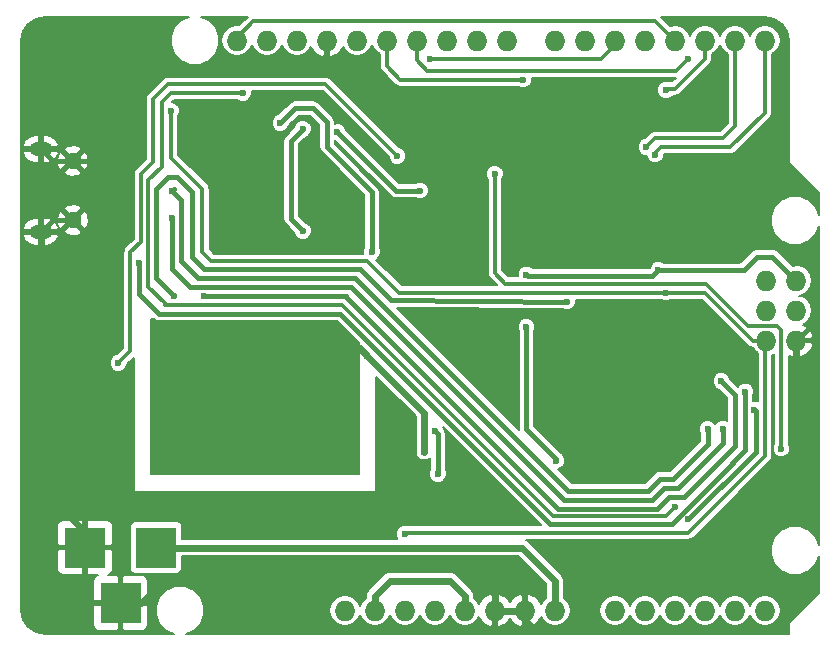
<source format=gbr>
G04 #@! TF.FileFunction,Copper,L2,Bot,Signal*
%FSLAX46Y46*%
G04 Gerber Fmt 4.6, Leading zero omitted, Abs format (unit mm)*
G04 Created by KiCad (PCBNEW 4.0.7) date 09/05/18 22:20:03*
%MOMM*%
%LPD*%
G01*
G04 APERTURE LIST*
%ADD10C,0.100000*%
%ADD11R,3.500000X3.500000*%
%ADD12C,1.450000*%
%ADD13O,1.900000X1.200000*%
%ADD14O,1.727200X1.727200*%
%ADD15C,0.600000*%
%ADD16C,0.406400*%
%ADD17C,0.609600*%
%ADD18C,0.304800*%
%ADD19C,0.200000*%
G04 APERTURE END LIST*
D10*
D11*
X118618000Y-121666000D03*
X112618000Y-121666000D03*
X115618000Y-126366000D03*
D12*
X111570000Y-88940000D03*
X111570000Y-93940000D03*
D13*
X108870000Y-87940000D03*
X108870000Y-94940000D03*
D14*
X170307000Y-104140000D03*
X172847000Y-104140000D03*
X172847000Y-101600000D03*
X170307000Y-101600000D03*
X172847000Y-99060000D03*
X157480000Y-127000000D03*
X152400000Y-127000000D03*
X149860000Y-127000000D03*
X147320000Y-127000000D03*
X144780000Y-127000000D03*
X142240000Y-127000000D03*
X139700000Y-127000000D03*
X137160000Y-127000000D03*
X170180000Y-78740000D03*
X167640000Y-78740000D03*
X165100000Y-78740000D03*
X162560000Y-78740000D03*
X160020000Y-78740000D03*
X157480000Y-78740000D03*
X154940000Y-78740000D03*
X152400000Y-78740000D03*
X133096000Y-78740000D03*
X148336000Y-78740000D03*
X145796000Y-78740000D03*
X143256000Y-78740000D03*
X125476000Y-78740000D03*
X128016000Y-78740000D03*
X130556000Y-78740000D03*
X135636000Y-78740000D03*
X138176000Y-78740000D03*
X140716000Y-78740000D03*
X134620000Y-127000000D03*
X160020000Y-127000000D03*
X162560000Y-127000000D03*
X165100000Y-127000000D03*
X167640000Y-127000000D03*
X170180000Y-127000000D03*
X170307000Y-99060000D03*
D15*
X157480000Y-109220000D03*
X160147000Y-109220000D03*
X154305000Y-109093000D03*
X157353000Y-112903000D03*
X157480000Y-105220000D03*
X168719500Y-96583500D03*
X161798000Y-97409000D03*
X162560000Y-118237000D03*
X125984000Y-83185000D03*
X168529000Y-108458000D03*
X117221000Y-97536000D03*
X149733000Y-82042000D03*
X163703000Y-80264000D03*
X171577000Y-113284000D03*
X147320000Y-90043000D03*
X161798000Y-82931000D03*
X160147000Y-87757000D03*
X160909000Y-88392000D03*
X141859000Y-80264000D03*
X166497000Y-107569000D03*
X122682000Y-100330000D03*
X153416000Y-100838000D03*
X120142000Y-100330000D03*
X119888000Y-84709000D03*
X139700000Y-120523000D03*
X161798000Y-100076000D03*
X166624000Y-111633000D03*
X120015000Y-93726000D03*
X165354000Y-111633000D03*
X120015000Y-91440000D03*
X152527000Y-114300000D03*
X149987000Y-98552000D03*
X149987000Y-102997000D03*
X169291000Y-109982000D03*
X163703000Y-119253000D03*
X141351000Y-113538000D03*
X161163000Y-98171000D03*
X136525000Y-105410000D03*
X132715000Y-104775000D03*
X127254000Y-113030000D03*
X127000000Y-110998000D03*
X127000000Y-106172000D03*
X127000000Y-109220000D03*
X132715000Y-109220000D03*
X132715000Y-113030000D03*
X123952000Y-113030000D03*
X121285000Y-109220000D03*
X121285000Y-106045000D03*
X121285000Y-113030000D03*
X123850000Y-106172000D03*
X136906000Y-96647000D03*
X129159000Y-85725000D03*
X142494000Y-115443000D03*
X142240000Y-111760000D03*
X133985000Y-86487000D03*
X140970000Y-91440000D03*
X115443000Y-106045000D03*
X139065000Y-88519000D03*
X131064000Y-86233000D03*
X131064000Y-94869000D03*
D16*
X157480000Y-105220000D02*
X157480000Y-105283000D01*
X111570000Y-88940000D02*
X117054000Y-88940000D01*
X117475000Y-83439000D02*
X119380000Y-81534000D01*
X117475000Y-88519000D02*
X117475000Y-83439000D01*
X117054000Y-88940000D02*
X117475000Y-88519000D01*
X169418000Y-95885000D02*
X168719500Y-96583500D01*
X168719500Y-96583500D02*
X167894000Y-97409000D01*
X167894000Y-97409000D02*
X161798000Y-97409000D01*
X171196000Y-95885000D02*
X172466000Y-97155000D01*
X172466000Y-97155000D02*
X173482000Y-97155000D01*
X173482000Y-97155000D02*
X174498000Y-98171000D01*
X174498000Y-98171000D02*
X174498000Y-102489000D01*
X172847000Y-104140000D02*
X174498000Y-102489000D01*
X171196000Y-95885000D02*
X169418000Y-95885000D01*
D17*
X149860000Y-127000000D02*
X149860000Y-127762000D01*
X149860000Y-127762000D02*
X150749000Y-128651000D01*
X150749000Y-128651000D02*
X153162000Y-128651000D01*
X153162000Y-128651000D02*
X157607000Y-124206000D01*
X157607000Y-124206000D02*
X164465000Y-124206000D01*
X164465000Y-124206000D02*
X172847000Y-115824000D01*
X172847000Y-115824000D02*
X172847000Y-104140000D01*
X147320000Y-127000000D02*
X149860000Y-127000000D01*
X117347000Y-126366000D02*
X119253000Y-124460000D01*
X147320000Y-124079000D02*
X147320000Y-127000000D01*
X146177000Y-122936000D02*
X147320000Y-124079000D01*
X125984000Y-122936000D02*
X146177000Y-122936000D01*
X124460000Y-124460000D02*
X125984000Y-122936000D01*
X119253000Y-124460000D02*
X124460000Y-124460000D01*
D16*
X133096000Y-80518000D02*
X133096000Y-78740000D01*
X119380000Y-81534000D02*
X132080000Y-81534000D01*
X132080000Y-81534000D02*
X133096000Y-80518000D01*
D17*
X112618000Y-121666000D02*
X112618000Y-120365000D01*
X112618000Y-120365000D02*
X108870000Y-116617000D01*
X108870000Y-116617000D02*
X108870000Y-94940000D01*
D16*
X111570000Y-88940000D02*
X109870000Y-88940000D01*
X109870000Y-88940000D02*
X108870000Y-87940000D01*
X111570000Y-93940000D02*
X109870000Y-93940000D01*
X109870000Y-93940000D02*
X108870000Y-94940000D01*
D18*
X134366000Y-101092000D02*
X152273000Y-118999000D01*
X152273000Y-118999000D02*
X161798000Y-118999000D01*
X161798000Y-118999000D02*
X162560000Y-118237000D01*
X134366000Y-101092000D02*
X133731000Y-101092000D01*
X119380000Y-101092000D02*
X119380000Y-100965000D01*
X119888000Y-83185000D02*
X125984000Y-83185000D01*
X119126000Y-83947000D02*
X119888000Y-83185000D01*
X119380000Y-100965000D02*
X117983000Y-99568000D01*
X117983000Y-99568000D02*
X117983000Y-90551000D01*
X117983000Y-90551000D02*
X119126000Y-89408000D01*
X119126000Y-89408000D02*
X119126000Y-83947000D01*
X133731000Y-101092000D02*
X119380000Y-101092000D01*
D16*
X118872000Y-101854000D02*
X134239000Y-101854000D01*
X168529000Y-113411000D02*
X166370000Y-115570000D01*
X168529000Y-108458000D02*
X168529000Y-113411000D01*
X117221000Y-100203000D02*
X117221000Y-97536000D01*
X118872000Y-101854000D02*
X117221000Y-100203000D01*
X162306000Y-119634000D02*
X166370000Y-115570000D01*
X152019000Y-119634000D02*
X162306000Y-119634000D01*
X134239000Y-101854000D02*
X152019000Y-119634000D01*
D18*
X138176000Y-78740000D02*
X138176000Y-80899000D01*
X139319000Y-82042000D02*
X149733000Y-82042000D01*
X138176000Y-80899000D02*
X139319000Y-82042000D01*
X140716000Y-78740000D02*
X140716000Y-80391000D01*
X162687000Y-81280000D02*
X163703000Y-80264000D01*
X141605000Y-81280000D02*
X162687000Y-81280000D01*
X140716000Y-80391000D02*
X141605000Y-81280000D01*
X154051000Y-99314000D02*
X148209000Y-99314000D01*
X169672000Y-102870000D02*
X171196000Y-102870000D01*
X171196000Y-102870000D02*
X171577000Y-103251000D01*
X171577000Y-103251000D02*
X171577000Y-109728000D01*
X171577000Y-109728000D02*
X171577000Y-113284000D01*
X154051000Y-99314000D02*
X165227000Y-99314000D01*
X165227000Y-99314000D02*
X168783000Y-102870000D01*
X168783000Y-102870000D02*
X169672000Y-102870000D01*
X147320000Y-98425000D02*
X147320000Y-90043000D01*
X148209000Y-99314000D02*
X147320000Y-98425000D01*
X160909000Y-77089000D02*
X162560000Y-78740000D01*
X126873000Y-77089000D02*
X160909000Y-77089000D01*
X125476000Y-78486000D02*
X126873000Y-77089000D01*
X125476000Y-78740000D02*
X125476000Y-78486000D01*
X165100000Y-80264000D02*
X165100000Y-78740000D01*
X162560000Y-82804000D02*
X165100000Y-80264000D01*
X161925000Y-82804000D02*
X162560000Y-82804000D01*
X161798000Y-82931000D02*
X161925000Y-82804000D01*
X166624000Y-86995000D02*
X167640000Y-85979000D01*
X160909000Y-86995000D02*
X166624000Y-86995000D01*
X160147000Y-87757000D02*
X160909000Y-86995000D01*
X167640000Y-78740000D02*
X167640000Y-85979000D01*
X160909000Y-88392000D02*
X160909000Y-88265000D01*
X170180000Y-84836000D02*
X170180000Y-78740000D01*
X167259000Y-87757000D02*
X170180000Y-84836000D01*
X161417000Y-87757000D02*
X167259000Y-87757000D01*
X160909000Y-88265000D02*
X161417000Y-87757000D01*
X156337000Y-80264000D02*
X157480000Y-79121000D01*
X153924000Y-80264000D02*
X156337000Y-80264000D01*
X141859000Y-80264000D02*
X153924000Y-80264000D01*
X157480000Y-79121000D02*
X157480000Y-78740000D01*
D16*
X135890000Y-101600000D02*
X134620000Y-100330000D01*
X167640000Y-113030000D02*
X163322000Y-117348000D01*
X163322000Y-117348000D02*
X162052000Y-117348000D01*
X162052000Y-117348000D02*
X161036000Y-118364000D01*
X161036000Y-118364000D02*
X152654000Y-118364000D01*
X152654000Y-118364000D02*
X135890000Y-101600000D01*
X167640000Y-112141000D02*
X167640000Y-108712000D01*
X167640000Y-108712000D02*
X166497000Y-107569000D01*
X167640000Y-112141000D02*
X167640000Y-113030000D01*
X134620000Y-100330000D02*
X134747000Y-100330000D01*
X123444000Y-100330000D02*
X122682000Y-100330000D01*
X134747000Y-100330000D02*
X130302000Y-100330000D01*
X123444000Y-100330000D02*
X130302000Y-100330000D01*
X138557000Y-100711000D02*
X153416000Y-100838000D01*
X138557000Y-100711000D02*
X138176000Y-100330000D01*
X131826000Y-98044000D02*
X122682000Y-98044000D01*
X138557000Y-100711000D02*
X138176000Y-100330000D01*
X138176000Y-100330000D02*
X135890000Y-98044000D01*
X135890000Y-98044000D02*
X131826000Y-98044000D01*
X119634000Y-90297000D02*
X118618000Y-91313000D01*
X120396000Y-90297000D02*
X119634000Y-90297000D01*
X121666000Y-91567000D02*
X120396000Y-90297000D01*
X121666000Y-97028000D02*
X121666000Y-91567000D01*
X122682000Y-98044000D02*
X121666000Y-97028000D01*
X118618000Y-98806000D02*
X118618000Y-91313000D01*
X120142000Y-100330000D02*
X118618000Y-98806000D01*
D18*
X153670000Y-100076000D02*
X139192000Y-100076000D01*
X161798000Y-100076000D02*
X153670000Y-100076000D01*
X136525000Y-97409000D02*
X136271000Y-97409000D01*
X139192000Y-100076000D02*
X136525000Y-97409000D01*
X132334000Y-97409000D02*
X123317000Y-97409000D01*
X136271000Y-97409000D02*
X132334000Y-97409000D01*
X123317000Y-97409000D02*
X122555000Y-96647000D01*
X122555000Y-96647000D02*
X122555000Y-91313000D01*
X122555000Y-91313000D02*
X119888000Y-88646000D01*
X119888000Y-88646000D02*
X119888000Y-84709000D01*
X170180000Y-104267000D02*
X170180000Y-113919000D01*
X139700000Y-120523000D02*
X139827000Y-120396000D01*
X139827000Y-120396000D02*
X163703000Y-120396000D01*
X163703000Y-120396000D02*
X170180000Y-113919000D01*
X170180000Y-104267000D02*
X170307000Y-104140000D01*
X169164000Y-104140000D02*
X170307000Y-104140000D01*
X165100000Y-100076000D02*
X169164000Y-104140000D01*
X161798000Y-100076000D02*
X165100000Y-100076000D01*
D16*
X166624000Y-111633000D02*
X166624000Y-112776000D01*
X135128000Y-99568000D02*
X135001000Y-99568000D01*
X153162000Y-117602000D02*
X135128000Y-99568000D01*
X160655000Y-117602000D02*
X153162000Y-117602000D01*
X161671000Y-116586000D02*
X160655000Y-117602000D01*
X162814000Y-116586000D02*
X161671000Y-116586000D01*
X166624000Y-112776000D02*
X162814000Y-116586000D01*
X124079000Y-99568000D02*
X121539000Y-99568000D01*
X135001000Y-99568000D02*
X130556000Y-99568000D01*
X130556000Y-99568000D02*
X124079000Y-99568000D01*
X120015000Y-98044000D02*
X120015000Y-93726000D01*
X121539000Y-99568000D02*
X120015000Y-98044000D01*
X162433000Y-115824000D02*
X161290000Y-115824000D01*
X165354000Y-111633000D02*
X165354000Y-112903000D01*
X135509000Y-98806000D02*
X135255000Y-98806000D01*
X153543000Y-116840000D02*
X135509000Y-98806000D01*
X160274000Y-116840000D02*
X153543000Y-116840000D01*
X161290000Y-115824000D02*
X160274000Y-116840000D01*
X165354000Y-112903000D02*
X162433000Y-115824000D01*
X131318000Y-98806000D02*
X122174000Y-98806000D01*
X135255000Y-98806000D02*
X131318000Y-98806000D01*
X120777000Y-92202000D02*
X120015000Y-91440000D01*
X120777000Y-97409000D02*
X120777000Y-92202000D01*
X122174000Y-98806000D02*
X120777000Y-97409000D01*
X120142000Y-91313000D02*
X120015000Y-91440000D01*
X149987000Y-104902000D02*
X149987000Y-102997000D01*
X149987000Y-104902000D02*
X149987000Y-110871000D01*
X149987000Y-110871000D02*
X149987000Y-111633000D01*
X149987000Y-111633000D02*
X152527000Y-114173000D01*
X152527000Y-114173000D02*
X152527000Y-114300000D01*
X150114000Y-98679000D02*
X154559000Y-98679000D01*
X149987000Y-98552000D02*
X150114000Y-98679000D01*
X169418000Y-113538000D02*
X163703000Y-119253000D01*
X169418000Y-110109000D02*
X169418000Y-113538000D01*
X169418000Y-110109000D02*
X169291000Y-109982000D01*
X160655000Y-98679000D02*
X161163000Y-98171000D01*
X154559000Y-98679000D02*
X160655000Y-98679000D01*
D17*
X136525000Y-105410000D02*
X141351000Y-110236000D01*
X141351000Y-110236000D02*
X141351000Y-113538000D01*
D16*
X161163000Y-98171000D02*
X168402000Y-98171000D01*
X170815000Y-97028000D02*
X172847000Y-99060000D01*
X169545000Y-97028000D02*
X170815000Y-97028000D01*
X168402000Y-98171000D02*
X169545000Y-97028000D01*
D17*
X127000000Y-105410000D02*
X127635000Y-104775000D01*
X127635000Y-104775000D02*
X132715000Y-104775000D01*
X127000000Y-109220000D02*
X127000000Y-106172000D01*
X127000000Y-106172000D02*
X127000000Y-105410000D01*
X135890000Y-104775000D02*
X132715000Y-104775000D01*
X136525000Y-105410000D02*
X135890000Y-104775000D01*
X127254000Y-113030000D02*
X132715000Y-113030000D01*
X121285000Y-109220000D02*
X121285000Y-106045000D01*
X123952000Y-113030000D02*
X127254000Y-113030000D01*
X123850000Y-106172000D02*
X123952000Y-106172000D01*
X144780000Y-127000000D02*
X144780000Y-125730000D01*
X137160000Y-125730000D02*
X137160000Y-127000000D01*
X138430000Y-124460000D02*
X137160000Y-125730000D01*
X143510000Y-124460000D02*
X138430000Y-124460000D01*
X144780000Y-125730000D02*
X143510000Y-124460000D01*
D16*
X133096000Y-85598000D02*
X133096000Y-87757000D01*
X133096000Y-87757000D02*
X136906000Y-91567000D01*
X136906000Y-91567000D02*
X136906000Y-96647000D01*
X131953000Y-84455000D02*
X133096000Y-85598000D01*
X130429000Y-84455000D02*
X131953000Y-84455000D01*
X129159000Y-85725000D02*
X130429000Y-84455000D01*
D17*
X118618000Y-121666000D02*
X149606000Y-121666000D01*
X152400000Y-124460000D02*
X152400000Y-127000000D01*
X149606000Y-121666000D02*
X152400000Y-124460000D01*
D16*
X142494000Y-112014000D02*
X142494000Y-115443000D01*
X142240000Y-111760000D02*
X142494000Y-112014000D01*
X140970000Y-91440000D02*
X138938000Y-91440000D01*
X138938000Y-91440000D02*
X133985000Y-86487000D01*
D18*
X118364000Y-83693000D02*
X119634000Y-82423000D01*
X118364000Y-89027000D02*
X118364000Y-83693000D01*
X117348000Y-90043000D02*
X118364000Y-89027000D01*
X117348000Y-95758000D02*
X117348000Y-90043000D01*
X116459000Y-96647000D02*
X117348000Y-95758000D01*
X116459000Y-105029000D02*
X116459000Y-96647000D01*
X115443000Y-106045000D02*
X116459000Y-105029000D01*
X132969000Y-82423000D02*
X139065000Y-88519000D01*
X119634000Y-82423000D02*
X132969000Y-82423000D01*
D16*
X130048000Y-87249000D02*
X131064000Y-86233000D01*
X130048000Y-93853000D02*
X130048000Y-87249000D01*
X131064000Y-94869000D02*
X130048000Y-93853000D01*
D19*
G36*
X118622031Y-102457478D02*
X118872000Y-102507200D01*
X133968436Y-102507200D01*
X135790000Y-104328764D01*
X135790000Y-115470000D01*
X118210000Y-115470000D01*
X118210000Y-102335000D01*
X118438730Y-102335000D01*
X118622031Y-102457478D01*
X118622031Y-102457478D01*
G37*
X118622031Y-102457478D02*
X118872000Y-102507200D01*
X133968436Y-102507200D01*
X135790000Y-104328764D01*
X135790000Y-115470000D01*
X118210000Y-115470000D01*
X118210000Y-102335000D01*
X118438730Y-102335000D01*
X118622031Y-102457478D01*
G36*
X120760285Y-77001081D02*
X120183108Y-77577252D01*
X119870357Y-78330441D01*
X119869645Y-79145981D01*
X120181081Y-79899715D01*
X120757252Y-80476892D01*
X121510441Y-80789643D01*
X122325981Y-80790355D01*
X123079715Y-80478919D01*
X123656892Y-79902748D01*
X123969643Y-79149559D01*
X123970355Y-78334019D01*
X123658919Y-77580285D01*
X123082748Y-77003108D01*
X122412989Y-76725000D01*
X126385078Y-76725000D01*
X125653492Y-77456586D01*
X125501735Y-77426400D01*
X125450265Y-77426400D01*
X124947572Y-77526392D01*
X124521410Y-77811145D01*
X124236657Y-78237307D01*
X124136665Y-78740000D01*
X124236657Y-79242693D01*
X124521410Y-79668855D01*
X124947572Y-79953608D01*
X125450265Y-80053600D01*
X125501735Y-80053600D01*
X126004428Y-79953608D01*
X126430590Y-79668855D01*
X126715343Y-79242693D01*
X126746000Y-79088570D01*
X126776657Y-79242693D01*
X127061410Y-79668855D01*
X127487572Y-79953608D01*
X127990265Y-80053600D01*
X128041735Y-80053600D01*
X128544428Y-79953608D01*
X128970590Y-79668855D01*
X129255343Y-79242693D01*
X129286000Y-79088570D01*
X129316657Y-79242693D01*
X129601410Y-79668855D01*
X130027572Y-79953608D01*
X130530265Y-80053600D01*
X130581735Y-80053600D01*
X131084428Y-79953608D01*
X131510590Y-79668855D01*
X131751900Y-79307710D01*
X131821459Y-79475654D01*
X132200000Y-79907402D01*
X132714949Y-80161423D01*
X132942000Y-80051532D01*
X132942000Y-78894000D01*
X132922000Y-78894000D01*
X132922000Y-78586000D01*
X132942000Y-78586000D01*
X132942000Y-78566000D01*
X133250000Y-78566000D01*
X133250000Y-78586000D01*
X133270000Y-78586000D01*
X133270000Y-78894000D01*
X133250000Y-78894000D01*
X133250000Y-80051532D01*
X133477051Y-80161423D01*
X133992000Y-79907402D01*
X134370541Y-79475654D01*
X134440100Y-79307710D01*
X134681410Y-79668855D01*
X135107572Y-79953608D01*
X135610265Y-80053600D01*
X135661735Y-80053600D01*
X136164428Y-79953608D01*
X136590590Y-79668855D01*
X136875343Y-79242693D01*
X136906000Y-79088570D01*
X136936657Y-79242693D01*
X137221410Y-79668855D01*
X137573600Y-79904181D01*
X137573600Y-80899000D01*
X137619455Y-81129529D01*
X137750039Y-81324961D01*
X138893039Y-82467961D01*
X139088471Y-82598545D01*
X139319000Y-82644400D01*
X149274615Y-82644400D01*
X149307605Y-82677448D01*
X149583161Y-82791869D01*
X149881530Y-82792130D01*
X150157286Y-82678189D01*
X150368448Y-82467395D01*
X150482869Y-82191839D01*
X150483130Y-81893470D01*
X150478556Y-81882400D01*
X162629678Y-81882400D01*
X162310478Y-82201600D01*
X161997134Y-82201600D01*
X161947839Y-82181131D01*
X161649470Y-82180870D01*
X161373714Y-82294811D01*
X161162552Y-82505605D01*
X161048131Y-82781161D01*
X161047870Y-83079530D01*
X161161811Y-83355286D01*
X161372605Y-83566448D01*
X161648161Y-83680869D01*
X161946530Y-83681130D01*
X162222286Y-83567189D01*
X162383356Y-83406400D01*
X162560000Y-83406400D01*
X162790529Y-83360545D01*
X162985961Y-83229961D01*
X165525961Y-80689961D01*
X165656544Y-80494529D01*
X165656545Y-80494528D01*
X165702400Y-80264000D01*
X165702400Y-79904181D01*
X166054590Y-79668855D01*
X166339343Y-79242693D01*
X166370000Y-79088570D01*
X166400657Y-79242693D01*
X166685410Y-79668855D01*
X167037600Y-79904181D01*
X167037600Y-85729478D01*
X166374478Y-86392600D01*
X160909000Y-86392600D01*
X160678471Y-86438455D01*
X160483039Y-86569039D01*
X160045167Y-87006911D01*
X159998470Y-87006870D01*
X159722714Y-87120811D01*
X159511552Y-87331605D01*
X159397131Y-87607161D01*
X159396870Y-87905530D01*
X159510811Y-88181286D01*
X159721605Y-88392448D01*
X159997161Y-88506869D01*
X160158899Y-88507010D01*
X160158870Y-88540530D01*
X160272811Y-88816286D01*
X160483605Y-89027448D01*
X160759161Y-89141869D01*
X161057530Y-89142130D01*
X161333286Y-89028189D01*
X161544448Y-88817395D01*
X161658869Y-88541839D01*
X161659022Y-88366900D01*
X161666522Y-88359400D01*
X167259000Y-88359400D01*
X167489529Y-88313545D01*
X167684961Y-88182961D01*
X170605961Y-85261961D01*
X170736545Y-85066529D01*
X170782400Y-84836000D01*
X170782400Y-79904181D01*
X171134590Y-79668855D01*
X171419343Y-79242693D01*
X171519335Y-78740000D01*
X171419343Y-78237307D01*
X171134590Y-77811145D01*
X170708428Y-77526392D01*
X170205735Y-77426400D01*
X170154265Y-77426400D01*
X169651572Y-77526392D01*
X169225410Y-77811145D01*
X168940657Y-78237307D01*
X168910000Y-78391430D01*
X168879343Y-78237307D01*
X168594590Y-77811145D01*
X168168428Y-77526392D01*
X167665735Y-77426400D01*
X167614265Y-77426400D01*
X167111572Y-77526392D01*
X166685410Y-77811145D01*
X166400657Y-78237307D01*
X166370000Y-78391430D01*
X166339343Y-78237307D01*
X166054590Y-77811145D01*
X165628428Y-77526392D01*
X165125735Y-77426400D01*
X165074265Y-77426400D01*
X164571572Y-77526392D01*
X164145410Y-77811145D01*
X163860657Y-78237307D01*
X163830000Y-78391430D01*
X163799343Y-78237307D01*
X163514590Y-77811145D01*
X163088428Y-77526392D01*
X162585735Y-77426400D01*
X162534265Y-77426400D01*
X162170650Y-77498728D01*
X161396922Y-76725000D01*
X170128294Y-76725000D01*
X170947171Y-76887885D01*
X171597548Y-77322453D01*
X172032115Y-77972829D01*
X172195000Y-78791706D01*
X172195000Y-88900000D01*
X172234963Y-89100909D01*
X172348769Y-89271231D01*
X174735000Y-91657462D01*
X174735000Y-93488453D01*
X174458919Y-92820285D01*
X173882748Y-92243108D01*
X173129559Y-91930357D01*
X172314019Y-91929645D01*
X171560285Y-92241081D01*
X170983108Y-92817252D01*
X170670357Y-93570441D01*
X170669645Y-94385981D01*
X170981081Y-95139715D01*
X171557252Y-95716892D01*
X172310441Y-96029643D01*
X173125981Y-96030355D01*
X173879715Y-95718919D01*
X174456892Y-95142748D01*
X174735000Y-94472989D01*
X174735000Y-121428453D01*
X174458919Y-120760285D01*
X173882748Y-120183108D01*
X173129559Y-119870357D01*
X172314019Y-119869645D01*
X171560285Y-120181081D01*
X170983108Y-120757252D01*
X170670357Y-121510441D01*
X170669645Y-122325981D01*
X170981081Y-123079715D01*
X171557252Y-123656892D01*
X172310441Y-123969643D01*
X173125981Y-123970355D01*
X173879715Y-123658919D01*
X174456892Y-123082748D01*
X174735000Y-122412989D01*
X174735000Y-125512538D01*
X172348769Y-127898769D01*
X172234963Y-128069091D01*
X172195000Y-128270000D01*
X172195000Y-129015000D01*
X121141547Y-129015000D01*
X121809715Y-128738919D01*
X122386892Y-128162748D01*
X122699643Y-127409559D01*
X122700000Y-127000000D01*
X133280665Y-127000000D01*
X133380657Y-127502693D01*
X133665410Y-127928855D01*
X134091572Y-128213608D01*
X134594265Y-128313600D01*
X134645735Y-128313600D01*
X135148428Y-128213608D01*
X135574590Y-127928855D01*
X135859343Y-127502693D01*
X135890000Y-127348570D01*
X135920657Y-127502693D01*
X136205410Y-127928855D01*
X136631572Y-128213608D01*
X137134265Y-128313600D01*
X137185735Y-128313600D01*
X137688428Y-128213608D01*
X138114590Y-127928855D01*
X138399343Y-127502693D01*
X138430000Y-127348570D01*
X138460657Y-127502693D01*
X138745410Y-127928855D01*
X139171572Y-128213608D01*
X139674265Y-128313600D01*
X139725735Y-128313600D01*
X140228428Y-128213608D01*
X140654590Y-127928855D01*
X140939343Y-127502693D01*
X140970000Y-127348570D01*
X141000657Y-127502693D01*
X141285410Y-127928855D01*
X141711572Y-128213608D01*
X142214265Y-128313600D01*
X142265735Y-128313600D01*
X142768428Y-128213608D01*
X143194590Y-127928855D01*
X143479343Y-127502693D01*
X143510000Y-127348570D01*
X143540657Y-127502693D01*
X143825410Y-127928855D01*
X144251572Y-128213608D01*
X144754265Y-128313600D01*
X144805735Y-128313600D01*
X145308428Y-128213608D01*
X145734590Y-127928855D01*
X145975900Y-127567710D01*
X146045459Y-127735654D01*
X146424000Y-128167402D01*
X146938949Y-128421423D01*
X147166000Y-128311532D01*
X147166000Y-127154000D01*
X147474000Y-127154000D01*
X147474000Y-128311532D01*
X147701051Y-128421423D01*
X148216000Y-128167402D01*
X148590000Y-127740833D01*
X148964000Y-128167402D01*
X149478949Y-128421423D01*
X149706000Y-128311532D01*
X149706000Y-127154000D01*
X147474000Y-127154000D01*
X147166000Y-127154000D01*
X147146000Y-127154000D01*
X147146000Y-126846000D01*
X147166000Y-126846000D01*
X147166000Y-125688468D01*
X147474000Y-125688468D01*
X147474000Y-126846000D01*
X149706000Y-126846000D01*
X149706000Y-125688468D01*
X149478949Y-125578577D01*
X148964000Y-125832598D01*
X148590000Y-126259167D01*
X148216000Y-125832598D01*
X147701051Y-125578577D01*
X147474000Y-125688468D01*
X147166000Y-125688468D01*
X146938949Y-125578577D01*
X146424000Y-125832598D01*
X146045459Y-126264346D01*
X145975900Y-126432290D01*
X145734590Y-126071145D01*
X145534800Y-125937649D01*
X145534800Y-125730000D01*
X145504680Y-125578577D01*
X145477344Y-125441150D01*
X145313724Y-125196276D01*
X144043724Y-123926276D01*
X143798850Y-123762656D01*
X143510000Y-123705200D01*
X138430000Y-123705200D01*
X138141150Y-123762656D01*
X137896276Y-123926276D01*
X136626276Y-125196276D01*
X136462656Y-125441150D01*
X136435320Y-125578577D01*
X136405200Y-125730000D01*
X136405200Y-125937649D01*
X136205410Y-126071145D01*
X135920657Y-126497307D01*
X135890000Y-126651430D01*
X135859343Y-126497307D01*
X135574590Y-126071145D01*
X135148428Y-125786392D01*
X134645735Y-125686400D01*
X134594265Y-125686400D01*
X134091572Y-125786392D01*
X133665410Y-126071145D01*
X133380657Y-126497307D01*
X133280665Y-127000000D01*
X122700000Y-127000000D01*
X122700355Y-126594019D01*
X122388919Y-125840285D01*
X121812748Y-125263108D01*
X121059559Y-124950357D01*
X120244019Y-124949645D01*
X119490285Y-125261081D01*
X118913108Y-125837252D01*
X118600357Y-126590441D01*
X118599645Y-127405981D01*
X118911081Y-128159715D01*
X119487252Y-128736892D01*
X120157011Y-129015000D01*
X109271706Y-129015000D01*
X108452829Y-128852115D01*
X107802453Y-128417548D01*
X107367885Y-127767171D01*
X107205000Y-126948294D01*
X107205000Y-126672000D01*
X113260000Y-126672000D01*
X113260000Y-128236938D01*
X113352562Y-128460404D01*
X113523595Y-128631437D01*
X113747061Y-128724000D01*
X115312000Y-128724000D01*
X115464000Y-128572000D01*
X115464000Y-126520000D01*
X115772000Y-126520000D01*
X115772000Y-128572000D01*
X115924000Y-128724000D01*
X117488939Y-128724000D01*
X117712405Y-128631437D01*
X117883438Y-128460404D01*
X117976000Y-128236938D01*
X117976000Y-126672000D01*
X117824000Y-126520000D01*
X115772000Y-126520000D01*
X115464000Y-126520000D01*
X113412000Y-126520000D01*
X113260000Y-126672000D01*
X107205000Y-126672000D01*
X107205000Y-121972000D01*
X110260000Y-121972000D01*
X110260000Y-123536938D01*
X110352562Y-123760404D01*
X110523595Y-123931437D01*
X110747061Y-124024000D01*
X112312000Y-124024000D01*
X112464000Y-123872000D01*
X112464000Y-121820000D01*
X112772000Y-121820000D01*
X112772000Y-123872000D01*
X112924000Y-124024000D01*
X113708434Y-124024000D01*
X113523595Y-124100563D01*
X113352562Y-124271596D01*
X113260000Y-124495062D01*
X113260000Y-126060000D01*
X113412000Y-126212000D01*
X115464000Y-126212000D01*
X115464000Y-124160000D01*
X115772000Y-124160000D01*
X115772000Y-126212000D01*
X117824000Y-126212000D01*
X117976000Y-126060000D01*
X117976000Y-124495062D01*
X117883438Y-124271596D01*
X117712405Y-124100563D01*
X117488939Y-124008000D01*
X115924000Y-124008000D01*
X115772000Y-124160000D01*
X115464000Y-124160000D01*
X115312000Y-124008000D01*
X114527566Y-124008000D01*
X114712405Y-123931437D01*
X114883438Y-123760404D01*
X114976000Y-123536938D01*
X114976000Y-121972000D01*
X114824000Y-121820000D01*
X112772000Y-121820000D01*
X112464000Y-121820000D01*
X110412000Y-121820000D01*
X110260000Y-121972000D01*
X107205000Y-121972000D01*
X107205000Y-119795062D01*
X110260000Y-119795062D01*
X110260000Y-121360000D01*
X110412000Y-121512000D01*
X112464000Y-121512000D01*
X112464000Y-119460000D01*
X112772000Y-119460000D01*
X112772000Y-121512000D01*
X114824000Y-121512000D01*
X114976000Y-121360000D01*
X114976000Y-119795062D01*
X114883438Y-119571596D01*
X114712405Y-119400563D01*
X114488939Y-119308000D01*
X112924000Y-119308000D01*
X112772000Y-119460000D01*
X112464000Y-119460000D01*
X112312000Y-119308000D01*
X110747061Y-119308000D01*
X110523595Y-119400563D01*
X110352562Y-119571596D01*
X110260000Y-119795062D01*
X107205000Y-119795062D01*
X107205000Y-106193530D01*
X114692870Y-106193530D01*
X114806811Y-106469286D01*
X115017605Y-106680448D01*
X115293161Y-106794869D01*
X115591530Y-106795130D01*
X115867286Y-106681189D01*
X116078448Y-106470395D01*
X116192869Y-106194839D01*
X116192911Y-106147011D01*
X116740000Y-105599922D01*
X116740000Y-116840000D01*
X116747879Y-116878906D01*
X116770273Y-116911681D01*
X116803654Y-116933161D01*
X116840000Y-116940000D01*
X137160000Y-116940000D01*
X137198906Y-116932121D01*
X137231681Y-116909727D01*
X137253161Y-116876346D01*
X137260000Y-116840000D01*
X137260000Y-107212448D01*
X140596200Y-110548648D01*
X140596200Y-113538000D01*
X140600979Y-113562025D01*
X140600870Y-113686530D01*
X140648835Y-113802614D01*
X140653656Y-113826849D01*
X140667264Y-113847216D01*
X140714811Y-113962286D01*
X140803547Y-114051177D01*
X140817276Y-114071724D01*
X140837644Y-114085333D01*
X140925605Y-114173448D01*
X141041604Y-114221615D01*
X141062151Y-114235344D01*
X141086176Y-114240123D01*
X141201161Y-114287869D01*
X141326763Y-114287979D01*
X141351000Y-114292800D01*
X141375025Y-114288021D01*
X141499530Y-114288130D01*
X141615614Y-114240165D01*
X141639849Y-114235344D01*
X141660216Y-114221736D01*
X141775286Y-114174189D01*
X141840800Y-114108789D01*
X141840800Y-115060357D01*
X141744131Y-115293161D01*
X141743870Y-115591530D01*
X141857811Y-115867286D01*
X142068605Y-116078448D01*
X142344161Y-116192869D01*
X142642530Y-116193130D01*
X142918286Y-116079189D01*
X143129448Y-115868395D01*
X143243869Y-115592839D01*
X143244130Y-115294470D01*
X143147200Y-115059883D01*
X143147200Y-112014000D01*
X143097478Y-111764031D01*
X142981364Y-111590254D01*
X142931985Y-111470749D01*
X151254836Y-119793600D01*
X139899134Y-119793600D01*
X139849839Y-119773131D01*
X139551470Y-119772870D01*
X139275714Y-119886811D01*
X139064552Y-120097605D01*
X138950131Y-120373161D01*
X138949870Y-120671530D01*
X139048900Y-120911200D01*
X120826816Y-120911200D01*
X120826816Y-119916000D01*
X120795438Y-119749240D01*
X120696883Y-119596081D01*
X120546505Y-119493332D01*
X120368000Y-119457184D01*
X116868000Y-119457184D01*
X116701240Y-119488562D01*
X116548081Y-119587117D01*
X116445332Y-119737495D01*
X116409184Y-119916000D01*
X116409184Y-123416000D01*
X116440562Y-123582760D01*
X116539117Y-123735919D01*
X116689495Y-123838668D01*
X116868000Y-123874816D01*
X120368000Y-123874816D01*
X120534760Y-123843438D01*
X120687919Y-123744883D01*
X120790668Y-123594505D01*
X120826816Y-123416000D01*
X120826816Y-122420800D01*
X149293352Y-122420800D01*
X151645200Y-124772648D01*
X151645200Y-125937649D01*
X151445410Y-126071145D01*
X151204100Y-126432290D01*
X151134541Y-126264346D01*
X150756000Y-125832598D01*
X150241051Y-125578577D01*
X150014000Y-125688468D01*
X150014000Y-126846000D01*
X150034000Y-126846000D01*
X150034000Y-127154000D01*
X150014000Y-127154000D01*
X150014000Y-128311532D01*
X150241051Y-128421423D01*
X150756000Y-128167402D01*
X151134541Y-127735654D01*
X151204100Y-127567710D01*
X151445410Y-127928855D01*
X151871572Y-128213608D01*
X152374265Y-128313600D01*
X152425735Y-128313600D01*
X152928428Y-128213608D01*
X153354590Y-127928855D01*
X153639343Y-127502693D01*
X153739335Y-127000000D01*
X156140665Y-127000000D01*
X156240657Y-127502693D01*
X156525410Y-127928855D01*
X156951572Y-128213608D01*
X157454265Y-128313600D01*
X157505735Y-128313600D01*
X158008428Y-128213608D01*
X158434590Y-127928855D01*
X158719343Y-127502693D01*
X158750000Y-127348570D01*
X158780657Y-127502693D01*
X159065410Y-127928855D01*
X159491572Y-128213608D01*
X159994265Y-128313600D01*
X160045735Y-128313600D01*
X160548428Y-128213608D01*
X160974590Y-127928855D01*
X161259343Y-127502693D01*
X161290000Y-127348570D01*
X161320657Y-127502693D01*
X161605410Y-127928855D01*
X162031572Y-128213608D01*
X162534265Y-128313600D01*
X162585735Y-128313600D01*
X163088428Y-128213608D01*
X163514590Y-127928855D01*
X163799343Y-127502693D01*
X163830000Y-127348570D01*
X163860657Y-127502693D01*
X164145410Y-127928855D01*
X164571572Y-128213608D01*
X165074265Y-128313600D01*
X165125735Y-128313600D01*
X165628428Y-128213608D01*
X166054590Y-127928855D01*
X166339343Y-127502693D01*
X166370000Y-127348570D01*
X166400657Y-127502693D01*
X166685410Y-127928855D01*
X167111572Y-128213608D01*
X167614265Y-128313600D01*
X167665735Y-128313600D01*
X168168428Y-128213608D01*
X168594590Y-127928855D01*
X168879343Y-127502693D01*
X168910000Y-127348570D01*
X168940657Y-127502693D01*
X169225410Y-127928855D01*
X169651572Y-128213608D01*
X170154265Y-128313600D01*
X170205735Y-128313600D01*
X170708428Y-128213608D01*
X171134590Y-127928855D01*
X171419343Y-127502693D01*
X171519335Y-127000000D01*
X171419343Y-126497307D01*
X171134590Y-126071145D01*
X170708428Y-125786392D01*
X170205735Y-125686400D01*
X170154265Y-125686400D01*
X169651572Y-125786392D01*
X169225410Y-126071145D01*
X168940657Y-126497307D01*
X168910000Y-126651430D01*
X168879343Y-126497307D01*
X168594590Y-126071145D01*
X168168428Y-125786392D01*
X167665735Y-125686400D01*
X167614265Y-125686400D01*
X167111572Y-125786392D01*
X166685410Y-126071145D01*
X166400657Y-126497307D01*
X166370000Y-126651430D01*
X166339343Y-126497307D01*
X166054590Y-126071145D01*
X165628428Y-125786392D01*
X165125735Y-125686400D01*
X165074265Y-125686400D01*
X164571572Y-125786392D01*
X164145410Y-126071145D01*
X163860657Y-126497307D01*
X163830000Y-126651430D01*
X163799343Y-126497307D01*
X163514590Y-126071145D01*
X163088428Y-125786392D01*
X162585735Y-125686400D01*
X162534265Y-125686400D01*
X162031572Y-125786392D01*
X161605410Y-126071145D01*
X161320657Y-126497307D01*
X161290000Y-126651430D01*
X161259343Y-126497307D01*
X160974590Y-126071145D01*
X160548428Y-125786392D01*
X160045735Y-125686400D01*
X159994265Y-125686400D01*
X159491572Y-125786392D01*
X159065410Y-126071145D01*
X158780657Y-126497307D01*
X158750000Y-126651430D01*
X158719343Y-126497307D01*
X158434590Y-126071145D01*
X158008428Y-125786392D01*
X157505735Y-125686400D01*
X157454265Y-125686400D01*
X156951572Y-125786392D01*
X156525410Y-126071145D01*
X156240657Y-126497307D01*
X156140665Y-127000000D01*
X153739335Y-127000000D01*
X153639343Y-126497307D01*
X153354590Y-126071145D01*
X153154800Y-125937649D01*
X153154800Y-124460000D01*
X153097344Y-124171151D01*
X152933724Y-123926276D01*
X150139724Y-121132276D01*
X149939365Y-120998400D01*
X163703000Y-120998400D01*
X163933529Y-120952545D01*
X164128961Y-120821961D01*
X170605961Y-114344961D01*
X170644109Y-114287869D01*
X170736545Y-114149528D01*
X170782400Y-113919000D01*
X170782400Y-105364156D01*
X170835428Y-105353608D01*
X170974600Y-105260616D01*
X170974600Y-112825615D01*
X170941552Y-112858605D01*
X170827131Y-113134161D01*
X170826870Y-113432530D01*
X170940811Y-113708286D01*
X171151605Y-113919448D01*
X171427161Y-114033869D01*
X171725530Y-114034130D01*
X172001286Y-113920189D01*
X172212448Y-113709395D01*
X172326869Y-113433839D01*
X172327130Y-113135470D01*
X172213189Y-112859714D01*
X172179400Y-112825866D01*
X172179400Y-105420070D01*
X172465949Y-105561423D01*
X172693000Y-105451532D01*
X172693000Y-104294000D01*
X173001000Y-104294000D01*
X173001000Y-105451532D01*
X173228051Y-105561423D01*
X173743000Y-105307402D01*
X174121541Y-104875654D01*
X174268411Y-104521049D01*
X174157583Y-104294000D01*
X173001000Y-104294000D01*
X172693000Y-104294000D01*
X172673000Y-104294000D01*
X172673000Y-103986000D01*
X172693000Y-103986000D01*
X172693000Y-103966000D01*
X173001000Y-103966000D01*
X173001000Y-103986000D01*
X174157583Y-103986000D01*
X174268411Y-103758951D01*
X174121541Y-103404346D01*
X173743000Y-102972598D01*
X173394654Y-102800761D01*
X173801590Y-102528855D01*
X174086343Y-102102693D01*
X174186335Y-101600000D01*
X174086343Y-101097307D01*
X173801590Y-100671145D01*
X173375428Y-100386392D01*
X173091927Y-100330000D01*
X173375428Y-100273608D01*
X173801590Y-99988855D01*
X174086343Y-99562693D01*
X174186335Y-99060000D01*
X174086343Y-98557307D01*
X173801590Y-98131145D01*
X173375428Y-97846392D01*
X172872735Y-97746400D01*
X172821265Y-97746400D01*
X172517572Y-97806808D01*
X171276882Y-96566118D01*
X171064969Y-96424522D01*
X170815000Y-96374800D01*
X169545000Y-96374800D01*
X169295031Y-96424522D01*
X169083118Y-96566118D01*
X168131436Y-97517800D01*
X161545643Y-97517800D01*
X161312839Y-97421131D01*
X161014470Y-97420870D01*
X160738714Y-97534811D01*
X160527552Y-97745605D01*
X160430213Y-97980023D01*
X160384436Y-98025800D01*
X150521453Y-98025800D01*
X150412395Y-97916552D01*
X150136839Y-97802131D01*
X149838470Y-97801870D01*
X149562714Y-97915811D01*
X149351552Y-98126605D01*
X149237131Y-98402161D01*
X149236870Y-98700530D01*
X149241444Y-98711600D01*
X148458522Y-98711600D01*
X147922400Y-98175478D01*
X147922400Y-90501385D01*
X147955448Y-90468395D01*
X148069869Y-90192839D01*
X148070130Y-89894470D01*
X147956189Y-89618714D01*
X147745395Y-89407552D01*
X147469839Y-89293131D01*
X147171470Y-89292870D01*
X146895714Y-89406811D01*
X146684552Y-89617605D01*
X146570131Y-89893161D01*
X146569870Y-90191530D01*
X146683811Y-90467286D01*
X146717600Y-90501134D01*
X146717600Y-98425000D01*
X146763455Y-98655529D01*
X146894039Y-98850961D01*
X147516678Y-99473600D01*
X139441522Y-99473600D01*
X137274260Y-97306338D01*
X137330286Y-97283189D01*
X137541448Y-97072395D01*
X137655869Y-96796839D01*
X137656130Y-96498470D01*
X137559200Y-96263883D01*
X137559200Y-91567000D01*
X137509478Y-91317031D01*
X137367882Y-91105118D01*
X133749200Y-87486436D01*
X133749200Y-87201175D01*
X133794023Y-87219787D01*
X138476118Y-91901882D01*
X138688031Y-92043478D01*
X138938000Y-92093200D01*
X140587357Y-92093200D01*
X140820161Y-92189869D01*
X141118530Y-92190130D01*
X141394286Y-92076189D01*
X141605448Y-91865395D01*
X141719869Y-91589839D01*
X141720130Y-91291470D01*
X141606189Y-91015714D01*
X141395395Y-90804552D01*
X141119839Y-90690131D01*
X140821470Y-90689870D01*
X140586883Y-90786800D01*
X139208564Y-90786800D01*
X134717453Y-86295689D01*
X134621189Y-86062714D01*
X134410395Y-85851552D01*
X134134839Y-85737131D01*
X133836470Y-85736870D01*
X133749200Y-85772930D01*
X133749200Y-85598000D01*
X133699478Y-85348031D01*
X133557882Y-85136118D01*
X132414882Y-83993118D01*
X132202969Y-83851522D01*
X131953000Y-83801800D01*
X130429000Y-83801800D01*
X130179031Y-83851522D01*
X129967118Y-83993118D01*
X128967689Y-84992547D01*
X128734714Y-85088811D01*
X128523552Y-85299605D01*
X128409131Y-85575161D01*
X128408870Y-85873530D01*
X128522811Y-86149286D01*
X128733605Y-86360448D01*
X129009161Y-86474869D01*
X129307530Y-86475130D01*
X129583286Y-86361189D01*
X129794448Y-86150395D01*
X129891787Y-85915977D01*
X130699564Y-85108200D01*
X131682436Y-85108200D01*
X132442800Y-85868564D01*
X132442800Y-87757000D01*
X132492522Y-88006969D01*
X132634118Y-88218882D01*
X136252800Y-91837564D01*
X136252800Y-96264357D01*
X136156131Y-96497161D01*
X136155870Y-96795530D01*
X136160444Y-96806600D01*
X123566522Y-96806600D01*
X123157400Y-96397478D01*
X123157400Y-91313000D01*
X123132940Y-91190031D01*
X123111545Y-91082471D01*
X122980961Y-90887039D01*
X120490400Y-88396478D01*
X120490400Y-87249000D01*
X129394800Y-87249000D01*
X129394800Y-93853000D01*
X129444522Y-94102969D01*
X129586118Y-94314882D01*
X130331547Y-95060311D01*
X130427811Y-95293286D01*
X130638605Y-95504448D01*
X130914161Y-95618869D01*
X131212530Y-95619130D01*
X131488286Y-95505189D01*
X131699448Y-95294395D01*
X131813869Y-95018839D01*
X131814130Y-94720470D01*
X131700189Y-94444714D01*
X131489395Y-94233552D01*
X131254977Y-94136213D01*
X130701200Y-93582436D01*
X130701200Y-87519564D01*
X131255311Y-86965453D01*
X131488286Y-86869189D01*
X131699448Y-86658395D01*
X131813869Y-86382839D01*
X131814130Y-86084470D01*
X131700189Y-85808714D01*
X131489395Y-85597552D01*
X131213839Y-85483131D01*
X130915470Y-85482870D01*
X130639714Y-85596811D01*
X130428552Y-85807605D01*
X130331213Y-86042023D01*
X129586118Y-86787118D01*
X129444522Y-86999031D01*
X129394800Y-87249000D01*
X120490400Y-87249000D01*
X120490400Y-85167385D01*
X120523448Y-85134395D01*
X120637869Y-84858839D01*
X120638130Y-84560470D01*
X120524189Y-84284714D01*
X120313395Y-84073552D01*
X120037839Y-83959131D01*
X119965854Y-83959068D01*
X120137522Y-83787400D01*
X125525615Y-83787400D01*
X125558605Y-83820448D01*
X125834161Y-83934869D01*
X126132530Y-83935130D01*
X126408286Y-83821189D01*
X126619448Y-83610395D01*
X126733869Y-83334839D01*
X126734130Y-83036470D01*
X126729556Y-83025400D01*
X132719478Y-83025400D01*
X138314911Y-88620833D01*
X138314870Y-88667530D01*
X138428811Y-88943286D01*
X138639605Y-89154448D01*
X138915161Y-89268869D01*
X139213530Y-89269130D01*
X139489286Y-89155189D01*
X139700448Y-88944395D01*
X139814869Y-88668839D01*
X139815130Y-88370470D01*
X139701189Y-88094714D01*
X139490395Y-87883552D01*
X139214839Y-87769131D01*
X139167011Y-87769089D01*
X133394961Y-81997039D01*
X133199529Y-81866455D01*
X132969000Y-81820600D01*
X119634000Y-81820600D01*
X119403472Y-81866455D01*
X119208039Y-81997039D01*
X117938039Y-83267039D01*
X117807455Y-83462471D01*
X117786773Y-83566448D01*
X117761600Y-83693000D01*
X117761600Y-88777478D01*
X116922039Y-89617039D01*
X116791455Y-89812471D01*
X116774944Y-89895479D01*
X116745600Y-90043000D01*
X116745600Y-95508478D01*
X116033039Y-96221039D01*
X115902455Y-96416471D01*
X115872688Y-96566118D01*
X115856600Y-96647000D01*
X115856600Y-104779478D01*
X115341167Y-105294911D01*
X115294470Y-105294870D01*
X115018714Y-105408811D01*
X114807552Y-105619605D01*
X114693131Y-105895161D01*
X114692870Y-106193530D01*
X107205000Y-106193530D01*
X107205000Y-95279535D01*
X107360698Y-95279535D01*
X107556921Y-95685290D01*
X107915441Y-95997113D01*
X108366000Y-96148000D01*
X108716000Y-96148000D01*
X108716000Y-95094000D01*
X109024000Y-95094000D01*
X109024000Y-96148000D01*
X109374000Y-96148000D01*
X109824559Y-95997113D01*
X110183079Y-95685290D01*
X110379302Y-95279535D01*
X110264710Y-95094000D01*
X109024000Y-95094000D01*
X108716000Y-95094000D01*
X107475290Y-95094000D01*
X107360698Y-95279535D01*
X107205000Y-95279535D01*
X107205000Y-94895479D01*
X110832310Y-94895479D01*
X110900866Y-95122985D01*
X111404509Y-95289002D01*
X111933348Y-95249646D01*
X112239134Y-95122985D01*
X112307690Y-94895479D01*
X111570000Y-94157789D01*
X110832310Y-94895479D01*
X107205000Y-94895479D01*
X107205000Y-94600465D01*
X107360698Y-94600465D01*
X107475290Y-94786000D01*
X108716000Y-94786000D01*
X108716000Y-93732000D01*
X109024000Y-93732000D01*
X109024000Y-94786000D01*
X110264710Y-94786000D01*
X110379302Y-94600465D01*
X110183079Y-94194710D01*
X109824559Y-93882887D01*
X109500935Y-93774509D01*
X110220998Y-93774509D01*
X110260354Y-94303348D01*
X110387015Y-94609134D01*
X110614521Y-94677690D01*
X111352211Y-93940000D01*
X111787789Y-93940000D01*
X112525479Y-94677690D01*
X112752985Y-94609134D01*
X112919002Y-94105491D01*
X112879646Y-93576652D01*
X112752985Y-93270866D01*
X112525479Y-93202310D01*
X111787789Y-93940000D01*
X111352211Y-93940000D01*
X110614521Y-93202310D01*
X110387015Y-93270866D01*
X110220998Y-93774509D01*
X109500935Y-93774509D01*
X109374000Y-93732000D01*
X109024000Y-93732000D01*
X108716000Y-93732000D01*
X108366000Y-93732000D01*
X107915441Y-93882887D01*
X107556921Y-94194710D01*
X107360698Y-94600465D01*
X107205000Y-94600465D01*
X107205000Y-92984521D01*
X110832310Y-92984521D01*
X111570000Y-93722211D01*
X112307690Y-92984521D01*
X112239134Y-92757015D01*
X111735491Y-92590998D01*
X111206652Y-92630354D01*
X110900866Y-92757015D01*
X110832310Y-92984521D01*
X107205000Y-92984521D01*
X107205000Y-89895479D01*
X110832310Y-89895479D01*
X110900866Y-90122985D01*
X111404509Y-90289002D01*
X111933348Y-90249646D01*
X112239134Y-90122985D01*
X112307690Y-89895479D01*
X111570000Y-89157789D01*
X110832310Y-89895479D01*
X107205000Y-89895479D01*
X107205000Y-88279535D01*
X107360698Y-88279535D01*
X107556921Y-88685290D01*
X107915441Y-88997113D01*
X108366000Y-89148000D01*
X108716000Y-89148000D01*
X108716000Y-88094000D01*
X109024000Y-88094000D01*
X109024000Y-89148000D01*
X109374000Y-89148000D01*
X109824559Y-88997113D01*
X110080499Y-88774509D01*
X110220998Y-88774509D01*
X110260354Y-89303348D01*
X110387015Y-89609134D01*
X110614521Y-89677690D01*
X111352211Y-88940000D01*
X111787789Y-88940000D01*
X112525479Y-89677690D01*
X112752985Y-89609134D01*
X112919002Y-89105491D01*
X112879646Y-88576652D01*
X112752985Y-88270866D01*
X112525479Y-88202310D01*
X111787789Y-88940000D01*
X111352211Y-88940000D01*
X110614521Y-88202310D01*
X110387015Y-88270866D01*
X110220998Y-88774509D01*
X110080499Y-88774509D01*
X110183079Y-88685290D01*
X110379302Y-88279535D01*
X110264710Y-88094000D01*
X109024000Y-88094000D01*
X108716000Y-88094000D01*
X107475290Y-88094000D01*
X107360698Y-88279535D01*
X107205000Y-88279535D01*
X107205000Y-87984521D01*
X110832310Y-87984521D01*
X111570000Y-88722211D01*
X112307690Y-87984521D01*
X112239134Y-87757015D01*
X111735491Y-87590998D01*
X111206652Y-87630354D01*
X110900866Y-87757015D01*
X110832310Y-87984521D01*
X107205000Y-87984521D01*
X107205000Y-87600465D01*
X107360698Y-87600465D01*
X107475290Y-87786000D01*
X108716000Y-87786000D01*
X108716000Y-86732000D01*
X109024000Y-86732000D01*
X109024000Y-87786000D01*
X110264710Y-87786000D01*
X110379302Y-87600465D01*
X110183079Y-87194710D01*
X109824559Y-86882887D01*
X109374000Y-86732000D01*
X109024000Y-86732000D01*
X108716000Y-86732000D01*
X108366000Y-86732000D01*
X107915441Y-86882887D01*
X107556921Y-87194710D01*
X107360698Y-87600465D01*
X107205000Y-87600465D01*
X107205000Y-78791706D01*
X107367885Y-77972829D01*
X107802453Y-77322452D01*
X108452829Y-76887885D01*
X109271706Y-76725000D01*
X121428453Y-76725000D01*
X120760285Y-77001081D01*
X120760285Y-77001081D01*
G37*
X120760285Y-77001081D02*
X120183108Y-77577252D01*
X119870357Y-78330441D01*
X119869645Y-79145981D01*
X120181081Y-79899715D01*
X120757252Y-80476892D01*
X121510441Y-80789643D01*
X122325981Y-80790355D01*
X123079715Y-80478919D01*
X123656892Y-79902748D01*
X123969643Y-79149559D01*
X123970355Y-78334019D01*
X123658919Y-77580285D01*
X123082748Y-77003108D01*
X122412989Y-76725000D01*
X126385078Y-76725000D01*
X125653492Y-77456586D01*
X125501735Y-77426400D01*
X125450265Y-77426400D01*
X124947572Y-77526392D01*
X124521410Y-77811145D01*
X124236657Y-78237307D01*
X124136665Y-78740000D01*
X124236657Y-79242693D01*
X124521410Y-79668855D01*
X124947572Y-79953608D01*
X125450265Y-80053600D01*
X125501735Y-80053600D01*
X126004428Y-79953608D01*
X126430590Y-79668855D01*
X126715343Y-79242693D01*
X126746000Y-79088570D01*
X126776657Y-79242693D01*
X127061410Y-79668855D01*
X127487572Y-79953608D01*
X127990265Y-80053600D01*
X128041735Y-80053600D01*
X128544428Y-79953608D01*
X128970590Y-79668855D01*
X129255343Y-79242693D01*
X129286000Y-79088570D01*
X129316657Y-79242693D01*
X129601410Y-79668855D01*
X130027572Y-79953608D01*
X130530265Y-80053600D01*
X130581735Y-80053600D01*
X131084428Y-79953608D01*
X131510590Y-79668855D01*
X131751900Y-79307710D01*
X131821459Y-79475654D01*
X132200000Y-79907402D01*
X132714949Y-80161423D01*
X132942000Y-80051532D01*
X132942000Y-78894000D01*
X132922000Y-78894000D01*
X132922000Y-78586000D01*
X132942000Y-78586000D01*
X132942000Y-78566000D01*
X133250000Y-78566000D01*
X133250000Y-78586000D01*
X133270000Y-78586000D01*
X133270000Y-78894000D01*
X133250000Y-78894000D01*
X133250000Y-80051532D01*
X133477051Y-80161423D01*
X133992000Y-79907402D01*
X134370541Y-79475654D01*
X134440100Y-79307710D01*
X134681410Y-79668855D01*
X135107572Y-79953608D01*
X135610265Y-80053600D01*
X135661735Y-80053600D01*
X136164428Y-79953608D01*
X136590590Y-79668855D01*
X136875343Y-79242693D01*
X136906000Y-79088570D01*
X136936657Y-79242693D01*
X137221410Y-79668855D01*
X137573600Y-79904181D01*
X137573600Y-80899000D01*
X137619455Y-81129529D01*
X137750039Y-81324961D01*
X138893039Y-82467961D01*
X139088471Y-82598545D01*
X139319000Y-82644400D01*
X149274615Y-82644400D01*
X149307605Y-82677448D01*
X149583161Y-82791869D01*
X149881530Y-82792130D01*
X150157286Y-82678189D01*
X150368448Y-82467395D01*
X150482869Y-82191839D01*
X150483130Y-81893470D01*
X150478556Y-81882400D01*
X162629678Y-81882400D01*
X162310478Y-82201600D01*
X161997134Y-82201600D01*
X161947839Y-82181131D01*
X161649470Y-82180870D01*
X161373714Y-82294811D01*
X161162552Y-82505605D01*
X161048131Y-82781161D01*
X161047870Y-83079530D01*
X161161811Y-83355286D01*
X161372605Y-83566448D01*
X161648161Y-83680869D01*
X161946530Y-83681130D01*
X162222286Y-83567189D01*
X162383356Y-83406400D01*
X162560000Y-83406400D01*
X162790529Y-83360545D01*
X162985961Y-83229961D01*
X165525961Y-80689961D01*
X165656544Y-80494529D01*
X165656545Y-80494528D01*
X165702400Y-80264000D01*
X165702400Y-79904181D01*
X166054590Y-79668855D01*
X166339343Y-79242693D01*
X166370000Y-79088570D01*
X166400657Y-79242693D01*
X166685410Y-79668855D01*
X167037600Y-79904181D01*
X167037600Y-85729478D01*
X166374478Y-86392600D01*
X160909000Y-86392600D01*
X160678471Y-86438455D01*
X160483039Y-86569039D01*
X160045167Y-87006911D01*
X159998470Y-87006870D01*
X159722714Y-87120811D01*
X159511552Y-87331605D01*
X159397131Y-87607161D01*
X159396870Y-87905530D01*
X159510811Y-88181286D01*
X159721605Y-88392448D01*
X159997161Y-88506869D01*
X160158899Y-88507010D01*
X160158870Y-88540530D01*
X160272811Y-88816286D01*
X160483605Y-89027448D01*
X160759161Y-89141869D01*
X161057530Y-89142130D01*
X161333286Y-89028189D01*
X161544448Y-88817395D01*
X161658869Y-88541839D01*
X161659022Y-88366900D01*
X161666522Y-88359400D01*
X167259000Y-88359400D01*
X167489529Y-88313545D01*
X167684961Y-88182961D01*
X170605961Y-85261961D01*
X170736545Y-85066529D01*
X170782400Y-84836000D01*
X170782400Y-79904181D01*
X171134590Y-79668855D01*
X171419343Y-79242693D01*
X171519335Y-78740000D01*
X171419343Y-78237307D01*
X171134590Y-77811145D01*
X170708428Y-77526392D01*
X170205735Y-77426400D01*
X170154265Y-77426400D01*
X169651572Y-77526392D01*
X169225410Y-77811145D01*
X168940657Y-78237307D01*
X168910000Y-78391430D01*
X168879343Y-78237307D01*
X168594590Y-77811145D01*
X168168428Y-77526392D01*
X167665735Y-77426400D01*
X167614265Y-77426400D01*
X167111572Y-77526392D01*
X166685410Y-77811145D01*
X166400657Y-78237307D01*
X166370000Y-78391430D01*
X166339343Y-78237307D01*
X166054590Y-77811145D01*
X165628428Y-77526392D01*
X165125735Y-77426400D01*
X165074265Y-77426400D01*
X164571572Y-77526392D01*
X164145410Y-77811145D01*
X163860657Y-78237307D01*
X163830000Y-78391430D01*
X163799343Y-78237307D01*
X163514590Y-77811145D01*
X163088428Y-77526392D01*
X162585735Y-77426400D01*
X162534265Y-77426400D01*
X162170650Y-77498728D01*
X161396922Y-76725000D01*
X170128294Y-76725000D01*
X170947171Y-76887885D01*
X171597548Y-77322453D01*
X172032115Y-77972829D01*
X172195000Y-78791706D01*
X172195000Y-88900000D01*
X172234963Y-89100909D01*
X172348769Y-89271231D01*
X174735000Y-91657462D01*
X174735000Y-93488453D01*
X174458919Y-92820285D01*
X173882748Y-92243108D01*
X173129559Y-91930357D01*
X172314019Y-91929645D01*
X171560285Y-92241081D01*
X170983108Y-92817252D01*
X170670357Y-93570441D01*
X170669645Y-94385981D01*
X170981081Y-95139715D01*
X171557252Y-95716892D01*
X172310441Y-96029643D01*
X173125981Y-96030355D01*
X173879715Y-95718919D01*
X174456892Y-95142748D01*
X174735000Y-94472989D01*
X174735000Y-121428453D01*
X174458919Y-120760285D01*
X173882748Y-120183108D01*
X173129559Y-119870357D01*
X172314019Y-119869645D01*
X171560285Y-120181081D01*
X170983108Y-120757252D01*
X170670357Y-121510441D01*
X170669645Y-122325981D01*
X170981081Y-123079715D01*
X171557252Y-123656892D01*
X172310441Y-123969643D01*
X173125981Y-123970355D01*
X173879715Y-123658919D01*
X174456892Y-123082748D01*
X174735000Y-122412989D01*
X174735000Y-125512538D01*
X172348769Y-127898769D01*
X172234963Y-128069091D01*
X172195000Y-128270000D01*
X172195000Y-129015000D01*
X121141547Y-129015000D01*
X121809715Y-128738919D01*
X122386892Y-128162748D01*
X122699643Y-127409559D01*
X122700000Y-127000000D01*
X133280665Y-127000000D01*
X133380657Y-127502693D01*
X133665410Y-127928855D01*
X134091572Y-128213608D01*
X134594265Y-128313600D01*
X134645735Y-128313600D01*
X135148428Y-128213608D01*
X135574590Y-127928855D01*
X135859343Y-127502693D01*
X135890000Y-127348570D01*
X135920657Y-127502693D01*
X136205410Y-127928855D01*
X136631572Y-128213608D01*
X137134265Y-128313600D01*
X137185735Y-128313600D01*
X137688428Y-128213608D01*
X138114590Y-127928855D01*
X138399343Y-127502693D01*
X138430000Y-127348570D01*
X138460657Y-127502693D01*
X138745410Y-127928855D01*
X139171572Y-128213608D01*
X139674265Y-128313600D01*
X139725735Y-128313600D01*
X140228428Y-128213608D01*
X140654590Y-127928855D01*
X140939343Y-127502693D01*
X140970000Y-127348570D01*
X141000657Y-127502693D01*
X141285410Y-127928855D01*
X141711572Y-128213608D01*
X142214265Y-128313600D01*
X142265735Y-128313600D01*
X142768428Y-128213608D01*
X143194590Y-127928855D01*
X143479343Y-127502693D01*
X143510000Y-127348570D01*
X143540657Y-127502693D01*
X143825410Y-127928855D01*
X144251572Y-128213608D01*
X144754265Y-128313600D01*
X144805735Y-128313600D01*
X145308428Y-128213608D01*
X145734590Y-127928855D01*
X145975900Y-127567710D01*
X146045459Y-127735654D01*
X146424000Y-128167402D01*
X146938949Y-128421423D01*
X147166000Y-128311532D01*
X147166000Y-127154000D01*
X147474000Y-127154000D01*
X147474000Y-128311532D01*
X147701051Y-128421423D01*
X148216000Y-128167402D01*
X148590000Y-127740833D01*
X148964000Y-128167402D01*
X149478949Y-128421423D01*
X149706000Y-128311532D01*
X149706000Y-127154000D01*
X147474000Y-127154000D01*
X147166000Y-127154000D01*
X147146000Y-127154000D01*
X147146000Y-126846000D01*
X147166000Y-126846000D01*
X147166000Y-125688468D01*
X147474000Y-125688468D01*
X147474000Y-126846000D01*
X149706000Y-126846000D01*
X149706000Y-125688468D01*
X149478949Y-125578577D01*
X148964000Y-125832598D01*
X148590000Y-126259167D01*
X148216000Y-125832598D01*
X147701051Y-125578577D01*
X147474000Y-125688468D01*
X147166000Y-125688468D01*
X146938949Y-125578577D01*
X146424000Y-125832598D01*
X146045459Y-126264346D01*
X145975900Y-126432290D01*
X145734590Y-126071145D01*
X145534800Y-125937649D01*
X145534800Y-125730000D01*
X145504680Y-125578577D01*
X145477344Y-125441150D01*
X145313724Y-125196276D01*
X144043724Y-123926276D01*
X143798850Y-123762656D01*
X143510000Y-123705200D01*
X138430000Y-123705200D01*
X138141150Y-123762656D01*
X137896276Y-123926276D01*
X136626276Y-125196276D01*
X136462656Y-125441150D01*
X136435320Y-125578577D01*
X136405200Y-125730000D01*
X136405200Y-125937649D01*
X136205410Y-126071145D01*
X135920657Y-126497307D01*
X135890000Y-126651430D01*
X135859343Y-126497307D01*
X135574590Y-126071145D01*
X135148428Y-125786392D01*
X134645735Y-125686400D01*
X134594265Y-125686400D01*
X134091572Y-125786392D01*
X133665410Y-126071145D01*
X133380657Y-126497307D01*
X133280665Y-127000000D01*
X122700000Y-127000000D01*
X122700355Y-126594019D01*
X122388919Y-125840285D01*
X121812748Y-125263108D01*
X121059559Y-124950357D01*
X120244019Y-124949645D01*
X119490285Y-125261081D01*
X118913108Y-125837252D01*
X118600357Y-126590441D01*
X118599645Y-127405981D01*
X118911081Y-128159715D01*
X119487252Y-128736892D01*
X120157011Y-129015000D01*
X109271706Y-129015000D01*
X108452829Y-128852115D01*
X107802453Y-128417548D01*
X107367885Y-127767171D01*
X107205000Y-126948294D01*
X107205000Y-126672000D01*
X113260000Y-126672000D01*
X113260000Y-128236938D01*
X113352562Y-128460404D01*
X113523595Y-128631437D01*
X113747061Y-128724000D01*
X115312000Y-128724000D01*
X115464000Y-128572000D01*
X115464000Y-126520000D01*
X115772000Y-126520000D01*
X115772000Y-128572000D01*
X115924000Y-128724000D01*
X117488939Y-128724000D01*
X117712405Y-128631437D01*
X117883438Y-128460404D01*
X117976000Y-128236938D01*
X117976000Y-126672000D01*
X117824000Y-126520000D01*
X115772000Y-126520000D01*
X115464000Y-126520000D01*
X113412000Y-126520000D01*
X113260000Y-126672000D01*
X107205000Y-126672000D01*
X107205000Y-121972000D01*
X110260000Y-121972000D01*
X110260000Y-123536938D01*
X110352562Y-123760404D01*
X110523595Y-123931437D01*
X110747061Y-124024000D01*
X112312000Y-124024000D01*
X112464000Y-123872000D01*
X112464000Y-121820000D01*
X112772000Y-121820000D01*
X112772000Y-123872000D01*
X112924000Y-124024000D01*
X113708434Y-124024000D01*
X113523595Y-124100563D01*
X113352562Y-124271596D01*
X113260000Y-124495062D01*
X113260000Y-126060000D01*
X113412000Y-126212000D01*
X115464000Y-126212000D01*
X115464000Y-124160000D01*
X115772000Y-124160000D01*
X115772000Y-126212000D01*
X117824000Y-126212000D01*
X117976000Y-126060000D01*
X117976000Y-124495062D01*
X117883438Y-124271596D01*
X117712405Y-124100563D01*
X117488939Y-124008000D01*
X115924000Y-124008000D01*
X115772000Y-124160000D01*
X115464000Y-124160000D01*
X115312000Y-124008000D01*
X114527566Y-124008000D01*
X114712405Y-123931437D01*
X114883438Y-123760404D01*
X114976000Y-123536938D01*
X114976000Y-121972000D01*
X114824000Y-121820000D01*
X112772000Y-121820000D01*
X112464000Y-121820000D01*
X110412000Y-121820000D01*
X110260000Y-121972000D01*
X107205000Y-121972000D01*
X107205000Y-119795062D01*
X110260000Y-119795062D01*
X110260000Y-121360000D01*
X110412000Y-121512000D01*
X112464000Y-121512000D01*
X112464000Y-119460000D01*
X112772000Y-119460000D01*
X112772000Y-121512000D01*
X114824000Y-121512000D01*
X114976000Y-121360000D01*
X114976000Y-119795062D01*
X114883438Y-119571596D01*
X114712405Y-119400563D01*
X114488939Y-119308000D01*
X112924000Y-119308000D01*
X112772000Y-119460000D01*
X112464000Y-119460000D01*
X112312000Y-119308000D01*
X110747061Y-119308000D01*
X110523595Y-119400563D01*
X110352562Y-119571596D01*
X110260000Y-119795062D01*
X107205000Y-119795062D01*
X107205000Y-106193530D01*
X114692870Y-106193530D01*
X114806811Y-106469286D01*
X115017605Y-106680448D01*
X115293161Y-106794869D01*
X115591530Y-106795130D01*
X115867286Y-106681189D01*
X116078448Y-106470395D01*
X116192869Y-106194839D01*
X116192911Y-106147011D01*
X116740000Y-105599922D01*
X116740000Y-116840000D01*
X116747879Y-116878906D01*
X116770273Y-116911681D01*
X116803654Y-116933161D01*
X116840000Y-116940000D01*
X137160000Y-116940000D01*
X137198906Y-116932121D01*
X137231681Y-116909727D01*
X137253161Y-116876346D01*
X137260000Y-116840000D01*
X137260000Y-107212448D01*
X140596200Y-110548648D01*
X140596200Y-113538000D01*
X140600979Y-113562025D01*
X140600870Y-113686530D01*
X140648835Y-113802614D01*
X140653656Y-113826849D01*
X140667264Y-113847216D01*
X140714811Y-113962286D01*
X140803547Y-114051177D01*
X140817276Y-114071724D01*
X140837644Y-114085333D01*
X140925605Y-114173448D01*
X141041604Y-114221615D01*
X141062151Y-114235344D01*
X141086176Y-114240123D01*
X141201161Y-114287869D01*
X141326763Y-114287979D01*
X141351000Y-114292800D01*
X141375025Y-114288021D01*
X141499530Y-114288130D01*
X141615614Y-114240165D01*
X141639849Y-114235344D01*
X141660216Y-114221736D01*
X141775286Y-114174189D01*
X141840800Y-114108789D01*
X141840800Y-115060357D01*
X141744131Y-115293161D01*
X141743870Y-115591530D01*
X141857811Y-115867286D01*
X142068605Y-116078448D01*
X142344161Y-116192869D01*
X142642530Y-116193130D01*
X142918286Y-116079189D01*
X143129448Y-115868395D01*
X143243869Y-115592839D01*
X143244130Y-115294470D01*
X143147200Y-115059883D01*
X143147200Y-112014000D01*
X143097478Y-111764031D01*
X142981364Y-111590254D01*
X142931985Y-111470749D01*
X151254836Y-119793600D01*
X139899134Y-119793600D01*
X139849839Y-119773131D01*
X139551470Y-119772870D01*
X139275714Y-119886811D01*
X139064552Y-120097605D01*
X138950131Y-120373161D01*
X138949870Y-120671530D01*
X139048900Y-120911200D01*
X120826816Y-120911200D01*
X120826816Y-119916000D01*
X120795438Y-119749240D01*
X120696883Y-119596081D01*
X120546505Y-119493332D01*
X120368000Y-119457184D01*
X116868000Y-119457184D01*
X116701240Y-119488562D01*
X116548081Y-119587117D01*
X116445332Y-119737495D01*
X116409184Y-119916000D01*
X116409184Y-123416000D01*
X116440562Y-123582760D01*
X116539117Y-123735919D01*
X116689495Y-123838668D01*
X116868000Y-123874816D01*
X120368000Y-123874816D01*
X120534760Y-123843438D01*
X120687919Y-123744883D01*
X120790668Y-123594505D01*
X120826816Y-123416000D01*
X120826816Y-122420800D01*
X149293352Y-122420800D01*
X151645200Y-124772648D01*
X151645200Y-125937649D01*
X151445410Y-126071145D01*
X151204100Y-126432290D01*
X151134541Y-126264346D01*
X150756000Y-125832598D01*
X150241051Y-125578577D01*
X150014000Y-125688468D01*
X150014000Y-126846000D01*
X150034000Y-126846000D01*
X150034000Y-127154000D01*
X150014000Y-127154000D01*
X150014000Y-128311532D01*
X150241051Y-128421423D01*
X150756000Y-128167402D01*
X151134541Y-127735654D01*
X151204100Y-127567710D01*
X151445410Y-127928855D01*
X151871572Y-128213608D01*
X152374265Y-128313600D01*
X152425735Y-128313600D01*
X152928428Y-128213608D01*
X153354590Y-127928855D01*
X153639343Y-127502693D01*
X153739335Y-127000000D01*
X156140665Y-127000000D01*
X156240657Y-127502693D01*
X156525410Y-127928855D01*
X156951572Y-128213608D01*
X157454265Y-128313600D01*
X157505735Y-128313600D01*
X158008428Y-128213608D01*
X158434590Y-127928855D01*
X158719343Y-127502693D01*
X158750000Y-127348570D01*
X158780657Y-127502693D01*
X159065410Y-127928855D01*
X159491572Y-128213608D01*
X159994265Y-128313600D01*
X160045735Y-128313600D01*
X160548428Y-128213608D01*
X160974590Y-127928855D01*
X161259343Y-127502693D01*
X161290000Y-127348570D01*
X161320657Y-127502693D01*
X161605410Y-127928855D01*
X162031572Y-128213608D01*
X162534265Y-128313600D01*
X162585735Y-128313600D01*
X163088428Y-128213608D01*
X163514590Y-127928855D01*
X163799343Y-127502693D01*
X163830000Y-127348570D01*
X163860657Y-127502693D01*
X164145410Y-127928855D01*
X164571572Y-128213608D01*
X165074265Y-128313600D01*
X165125735Y-128313600D01*
X165628428Y-128213608D01*
X166054590Y-127928855D01*
X166339343Y-127502693D01*
X166370000Y-127348570D01*
X166400657Y-127502693D01*
X166685410Y-127928855D01*
X167111572Y-128213608D01*
X167614265Y-128313600D01*
X167665735Y-128313600D01*
X168168428Y-128213608D01*
X168594590Y-127928855D01*
X168879343Y-127502693D01*
X168910000Y-127348570D01*
X168940657Y-127502693D01*
X169225410Y-127928855D01*
X169651572Y-128213608D01*
X170154265Y-128313600D01*
X170205735Y-128313600D01*
X170708428Y-128213608D01*
X171134590Y-127928855D01*
X171419343Y-127502693D01*
X171519335Y-127000000D01*
X171419343Y-126497307D01*
X171134590Y-126071145D01*
X170708428Y-125786392D01*
X170205735Y-125686400D01*
X170154265Y-125686400D01*
X169651572Y-125786392D01*
X169225410Y-126071145D01*
X168940657Y-126497307D01*
X168910000Y-126651430D01*
X168879343Y-126497307D01*
X168594590Y-126071145D01*
X168168428Y-125786392D01*
X167665735Y-125686400D01*
X167614265Y-125686400D01*
X167111572Y-125786392D01*
X166685410Y-126071145D01*
X166400657Y-126497307D01*
X166370000Y-126651430D01*
X166339343Y-126497307D01*
X166054590Y-126071145D01*
X165628428Y-125786392D01*
X165125735Y-125686400D01*
X165074265Y-125686400D01*
X164571572Y-125786392D01*
X164145410Y-126071145D01*
X163860657Y-126497307D01*
X163830000Y-126651430D01*
X163799343Y-126497307D01*
X163514590Y-126071145D01*
X163088428Y-125786392D01*
X162585735Y-125686400D01*
X162534265Y-125686400D01*
X162031572Y-125786392D01*
X161605410Y-126071145D01*
X161320657Y-126497307D01*
X161290000Y-126651430D01*
X161259343Y-126497307D01*
X160974590Y-126071145D01*
X160548428Y-125786392D01*
X160045735Y-125686400D01*
X159994265Y-125686400D01*
X159491572Y-125786392D01*
X159065410Y-126071145D01*
X158780657Y-126497307D01*
X158750000Y-126651430D01*
X158719343Y-126497307D01*
X158434590Y-126071145D01*
X158008428Y-125786392D01*
X157505735Y-125686400D01*
X157454265Y-125686400D01*
X156951572Y-125786392D01*
X156525410Y-126071145D01*
X156240657Y-126497307D01*
X156140665Y-127000000D01*
X153739335Y-127000000D01*
X153639343Y-126497307D01*
X153354590Y-126071145D01*
X153154800Y-125937649D01*
X153154800Y-124460000D01*
X153097344Y-124171151D01*
X152933724Y-123926276D01*
X150139724Y-121132276D01*
X149939365Y-120998400D01*
X163703000Y-120998400D01*
X163933529Y-120952545D01*
X164128961Y-120821961D01*
X170605961Y-114344961D01*
X170644109Y-114287869D01*
X170736545Y-114149528D01*
X170782400Y-113919000D01*
X170782400Y-105364156D01*
X170835428Y-105353608D01*
X170974600Y-105260616D01*
X170974600Y-112825615D01*
X170941552Y-112858605D01*
X170827131Y-113134161D01*
X170826870Y-113432530D01*
X170940811Y-113708286D01*
X171151605Y-113919448D01*
X171427161Y-114033869D01*
X171725530Y-114034130D01*
X172001286Y-113920189D01*
X172212448Y-113709395D01*
X172326869Y-113433839D01*
X172327130Y-113135470D01*
X172213189Y-112859714D01*
X172179400Y-112825866D01*
X172179400Y-105420070D01*
X172465949Y-105561423D01*
X172693000Y-105451532D01*
X172693000Y-104294000D01*
X173001000Y-104294000D01*
X173001000Y-105451532D01*
X173228051Y-105561423D01*
X173743000Y-105307402D01*
X174121541Y-104875654D01*
X174268411Y-104521049D01*
X174157583Y-104294000D01*
X173001000Y-104294000D01*
X172693000Y-104294000D01*
X172673000Y-104294000D01*
X172673000Y-103986000D01*
X172693000Y-103986000D01*
X172693000Y-103966000D01*
X173001000Y-103966000D01*
X173001000Y-103986000D01*
X174157583Y-103986000D01*
X174268411Y-103758951D01*
X174121541Y-103404346D01*
X173743000Y-102972598D01*
X173394654Y-102800761D01*
X173801590Y-102528855D01*
X174086343Y-102102693D01*
X174186335Y-101600000D01*
X174086343Y-101097307D01*
X173801590Y-100671145D01*
X173375428Y-100386392D01*
X173091927Y-100330000D01*
X173375428Y-100273608D01*
X173801590Y-99988855D01*
X174086343Y-99562693D01*
X174186335Y-99060000D01*
X174086343Y-98557307D01*
X173801590Y-98131145D01*
X173375428Y-97846392D01*
X172872735Y-97746400D01*
X172821265Y-97746400D01*
X172517572Y-97806808D01*
X171276882Y-96566118D01*
X171064969Y-96424522D01*
X170815000Y-96374800D01*
X169545000Y-96374800D01*
X169295031Y-96424522D01*
X169083118Y-96566118D01*
X168131436Y-97517800D01*
X161545643Y-97517800D01*
X161312839Y-97421131D01*
X161014470Y-97420870D01*
X160738714Y-97534811D01*
X160527552Y-97745605D01*
X160430213Y-97980023D01*
X160384436Y-98025800D01*
X150521453Y-98025800D01*
X150412395Y-97916552D01*
X150136839Y-97802131D01*
X149838470Y-97801870D01*
X149562714Y-97915811D01*
X149351552Y-98126605D01*
X149237131Y-98402161D01*
X149236870Y-98700530D01*
X149241444Y-98711600D01*
X148458522Y-98711600D01*
X147922400Y-98175478D01*
X147922400Y-90501385D01*
X147955448Y-90468395D01*
X148069869Y-90192839D01*
X148070130Y-89894470D01*
X147956189Y-89618714D01*
X147745395Y-89407552D01*
X147469839Y-89293131D01*
X147171470Y-89292870D01*
X146895714Y-89406811D01*
X146684552Y-89617605D01*
X146570131Y-89893161D01*
X146569870Y-90191530D01*
X146683811Y-90467286D01*
X146717600Y-90501134D01*
X146717600Y-98425000D01*
X146763455Y-98655529D01*
X146894039Y-98850961D01*
X147516678Y-99473600D01*
X139441522Y-99473600D01*
X137274260Y-97306338D01*
X137330286Y-97283189D01*
X137541448Y-97072395D01*
X137655869Y-96796839D01*
X137656130Y-96498470D01*
X137559200Y-96263883D01*
X137559200Y-91567000D01*
X137509478Y-91317031D01*
X137367882Y-91105118D01*
X133749200Y-87486436D01*
X133749200Y-87201175D01*
X133794023Y-87219787D01*
X138476118Y-91901882D01*
X138688031Y-92043478D01*
X138938000Y-92093200D01*
X140587357Y-92093200D01*
X140820161Y-92189869D01*
X141118530Y-92190130D01*
X141394286Y-92076189D01*
X141605448Y-91865395D01*
X141719869Y-91589839D01*
X141720130Y-91291470D01*
X141606189Y-91015714D01*
X141395395Y-90804552D01*
X141119839Y-90690131D01*
X140821470Y-90689870D01*
X140586883Y-90786800D01*
X139208564Y-90786800D01*
X134717453Y-86295689D01*
X134621189Y-86062714D01*
X134410395Y-85851552D01*
X134134839Y-85737131D01*
X133836470Y-85736870D01*
X133749200Y-85772930D01*
X133749200Y-85598000D01*
X133699478Y-85348031D01*
X133557882Y-85136118D01*
X132414882Y-83993118D01*
X132202969Y-83851522D01*
X131953000Y-83801800D01*
X130429000Y-83801800D01*
X130179031Y-83851522D01*
X129967118Y-83993118D01*
X128967689Y-84992547D01*
X128734714Y-85088811D01*
X128523552Y-85299605D01*
X128409131Y-85575161D01*
X128408870Y-85873530D01*
X128522811Y-86149286D01*
X128733605Y-86360448D01*
X129009161Y-86474869D01*
X129307530Y-86475130D01*
X129583286Y-86361189D01*
X129794448Y-86150395D01*
X129891787Y-85915977D01*
X130699564Y-85108200D01*
X131682436Y-85108200D01*
X132442800Y-85868564D01*
X132442800Y-87757000D01*
X132492522Y-88006969D01*
X132634118Y-88218882D01*
X136252800Y-91837564D01*
X136252800Y-96264357D01*
X136156131Y-96497161D01*
X136155870Y-96795530D01*
X136160444Y-96806600D01*
X123566522Y-96806600D01*
X123157400Y-96397478D01*
X123157400Y-91313000D01*
X123132940Y-91190031D01*
X123111545Y-91082471D01*
X122980961Y-90887039D01*
X120490400Y-88396478D01*
X120490400Y-87249000D01*
X129394800Y-87249000D01*
X129394800Y-93853000D01*
X129444522Y-94102969D01*
X129586118Y-94314882D01*
X130331547Y-95060311D01*
X130427811Y-95293286D01*
X130638605Y-95504448D01*
X130914161Y-95618869D01*
X131212530Y-95619130D01*
X131488286Y-95505189D01*
X131699448Y-95294395D01*
X131813869Y-95018839D01*
X131814130Y-94720470D01*
X131700189Y-94444714D01*
X131489395Y-94233552D01*
X131254977Y-94136213D01*
X130701200Y-93582436D01*
X130701200Y-87519564D01*
X131255311Y-86965453D01*
X131488286Y-86869189D01*
X131699448Y-86658395D01*
X131813869Y-86382839D01*
X131814130Y-86084470D01*
X131700189Y-85808714D01*
X131489395Y-85597552D01*
X131213839Y-85483131D01*
X130915470Y-85482870D01*
X130639714Y-85596811D01*
X130428552Y-85807605D01*
X130331213Y-86042023D01*
X129586118Y-86787118D01*
X129444522Y-86999031D01*
X129394800Y-87249000D01*
X120490400Y-87249000D01*
X120490400Y-85167385D01*
X120523448Y-85134395D01*
X120637869Y-84858839D01*
X120638130Y-84560470D01*
X120524189Y-84284714D01*
X120313395Y-84073552D01*
X120037839Y-83959131D01*
X119965854Y-83959068D01*
X120137522Y-83787400D01*
X125525615Y-83787400D01*
X125558605Y-83820448D01*
X125834161Y-83934869D01*
X126132530Y-83935130D01*
X126408286Y-83821189D01*
X126619448Y-83610395D01*
X126733869Y-83334839D01*
X126734130Y-83036470D01*
X126729556Y-83025400D01*
X132719478Y-83025400D01*
X138314911Y-88620833D01*
X138314870Y-88667530D01*
X138428811Y-88943286D01*
X138639605Y-89154448D01*
X138915161Y-89268869D01*
X139213530Y-89269130D01*
X139489286Y-89155189D01*
X139700448Y-88944395D01*
X139814869Y-88668839D01*
X139815130Y-88370470D01*
X139701189Y-88094714D01*
X139490395Y-87883552D01*
X139214839Y-87769131D01*
X139167011Y-87769089D01*
X133394961Y-81997039D01*
X133199529Y-81866455D01*
X132969000Y-81820600D01*
X119634000Y-81820600D01*
X119403472Y-81866455D01*
X119208039Y-81997039D01*
X117938039Y-83267039D01*
X117807455Y-83462471D01*
X117786773Y-83566448D01*
X117761600Y-83693000D01*
X117761600Y-88777478D01*
X116922039Y-89617039D01*
X116791455Y-89812471D01*
X116774944Y-89895479D01*
X116745600Y-90043000D01*
X116745600Y-95508478D01*
X116033039Y-96221039D01*
X115902455Y-96416471D01*
X115872688Y-96566118D01*
X115856600Y-96647000D01*
X115856600Y-104779478D01*
X115341167Y-105294911D01*
X115294470Y-105294870D01*
X115018714Y-105408811D01*
X114807552Y-105619605D01*
X114693131Y-105895161D01*
X114692870Y-106193530D01*
X107205000Y-106193530D01*
X107205000Y-95279535D01*
X107360698Y-95279535D01*
X107556921Y-95685290D01*
X107915441Y-95997113D01*
X108366000Y-96148000D01*
X108716000Y-96148000D01*
X108716000Y-95094000D01*
X109024000Y-95094000D01*
X109024000Y-96148000D01*
X109374000Y-96148000D01*
X109824559Y-95997113D01*
X110183079Y-95685290D01*
X110379302Y-95279535D01*
X110264710Y-95094000D01*
X109024000Y-95094000D01*
X108716000Y-95094000D01*
X107475290Y-95094000D01*
X107360698Y-95279535D01*
X107205000Y-95279535D01*
X107205000Y-94895479D01*
X110832310Y-94895479D01*
X110900866Y-95122985D01*
X111404509Y-95289002D01*
X111933348Y-95249646D01*
X112239134Y-95122985D01*
X112307690Y-94895479D01*
X111570000Y-94157789D01*
X110832310Y-94895479D01*
X107205000Y-94895479D01*
X107205000Y-94600465D01*
X107360698Y-94600465D01*
X107475290Y-94786000D01*
X108716000Y-94786000D01*
X108716000Y-93732000D01*
X109024000Y-93732000D01*
X109024000Y-94786000D01*
X110264710Y-94786000D01*
X110379302Y-94600465D01*
X110183079Y-94194710D01*
X109824559Y-93882887D01*
X109500935Y-93774509D01*
X110220998Y-93774509D01*
X110260354Y-94303348D01*
X110387015Y-94609134D01*
X110614521Y-94677690D01*
X111352211Y-93940000D01*
X111787789Y-93940000D01*
X112525479Y-94677690D01*
X112752985Y-94609134D01*
X112919002Y-94105491D01*
X112879646Y-93576652D01*
X112752985Y-93270866D01*
X112525479Y-93202310D01*
X111787789Y-93940000D01*
X111352211Y-93940000D01*
X110614521Y-93202310D01*
X110387015Y-93270866D01*
X110220998Y-93774509D01*
X109500935Y-93774509D01*
X109374000Y-93732000D01*
X109024000Y-93732000D01*
X108716000Y-93732000D01*
X108366000Y-93732000D01*
X107915441Y-93882887D01*
X107556921Y-94194710D01*
X107360698Y-94600465D01*
X107205000Y-94600465D01*
X107205000Y-92984521D01*
X110832310Y-92984521D01*
X111570000Y-93722211D01*
X112307690Y-92984521D01*
X112239134Y-92757015D01*
X111735491Y-92590998D01*
X111206652Y-92630354D01*
X110900866Y-92757015D01*
X110832310Y-92984521D01*
X107205000Y-92984521D01*
X107205000Y-89895479D01*
X110832310Y-89895479D01*
X110900866Y-90122985D01*
X111404509Y-90289002D01*
X111933348Y-90249646D01*
X112239134Y-90122985D01*
X112307690Y-89895479D01*
X111570000Y-89157789D01*
X110832310Y-89895479D01*
X107205000Y-89895479D01*
X107205000Y-88279535D01*
X107360698Y-88279535D01*
X107556921Y-88685290D01*
X107915441Y-88997113D01*
X108366000Y-89148000D01*
X108716000Y-89148000D01*
X108716000Y-88094000D01*
X109024000Y-88094000D01*
X109024000Y-89148000D01*
X109374000Y-89148000D01*
X109824559Y-88997113D01*
X110080499Y-88774509D01*
X110220998Y-88774509D01*
X110260354Y-89303348D01*
X110387015Y-89609134D01*
X110614521Y-89677690D01*
X111352211Y-88940000D01*
X111787789Y-88940000D01*
X112525479Y-89677690D01*
X112752985Y-89609134D01*
X112919002Y-89105491D01*
X112879646Y-88576652D01*
X112752985Y-88270866D01*
X112525479Y-88202310D01*
X111787789Y-88940000D01*
X111352211Y-88940000D01*
X110614521Y-88202310D01*
X110387015Y-88270866D01*
X110220998Y-88774509D01*
X110080499Y-88774509D01*
X110183079Y-88685290D01*
X110379302Y-88279535D01*
X110264710Y-88094000D01*
X109024000Y-88094000D01*
X108716000Y-88094000D01*
X107475290Y-88094000D01*
X107360698Y-88279535D01*
X107205000Y-88279535D01*
X107205000Y-87984521D01*
X110832310Y-87984521D01*
X111570000Y-88722211D01*
X112307690Y-87984521D01*
X112239134Y-87757015D01*
X111735491Y-87590998D01*
X111206652Y-87630354D01*
X110900866Y-87757015D01*
X110832310Y-87984521D01*
X107205000Y-87984521D01*
X107205000Y-87600465D01*
X107360698Y-87600465D01*
X107475290Y-87786000D01*
X108716000Y-87786000D01*
X108716000Y-86732000D01*
X109024000Y-86732000D01*
X109024000Y-87786000D01*
X110264710Y-87786000D01*
X110379302Y-87600465D01*
X110183079Y-87194710D01*
X109824559Y-86882887D01*
X109374000Y-86732000D01*
X109024000Y-86732000D01*
X108716000Y-86732000D01*
X108366000Y-86732000D01*
X107915441Y-86882887D01*
X107556921Y-87194710D01*
X107360698Y-87600465D01*
X107205000Y-87600465D01*
X107205000Y-78791706D01*
X107367885Y-77972829D01*
X107802453Y-77322452D01*
X108452829Y-76887885D01*
X109271706Y-76725000D01*
X121428453Y-76725000D01*
X120760285Y-77001081D01*
G36*
X161372605Y-100711448D02*
X161648161Y-100825869D01*
X161946530Y-100826130D01*
X162222286Y-100712189D01*
X162256134Y-100678400D01*
X164850478Y-100678400D01*
X168738039Y-104565961D01*
X168933471Y-104696545D01*
X169129724Y-104735582D01*
X169352410Y-105068855D01*
X169577600Y-105219322D01*
X169577600Y-109288919D01*
X169440839Y-109232131D01*
X169182200Y-109231905D01*
X169182200Y-108840643D01*
X169278869Y-108607839D01*
X169279130Y-108309470D01*
X169165189Y-108033714D01*
X168954395Y-107822552D01*
X168678839Y-107708131D01*
X168380470Y-107707870D01*
X168104714Y-107821811D01*
X167893552Y-108032605D01*
X167890858Y-108039094D01*
X167229453Y-107377689D01*
X167133189Y-107144714D01*
X166922395Y-106933552D01*
X166646839Y-106819131D01*
X166348470Y-106818870D01*
X166072714Y-106932811D01*
X165861552Y-107143605D01*
X165747131Y-107419161D01*
X165746870Y-107717530D01*
X165860811Y-107993286D01*
X166071605Y-108204448D01*
X166306023Y-108301787D01*
X166986800Y-108982564D01*
X166986800Y-110971560D01*
X166773839Y-110883131D01*
X166475470Y-110882870D01*
X166199714Y-110996811D01*
X165988817Y-111207340D01*
X165779395Y-110997552D01*
X165503839Y-110883131D01*
X165205470Y-110882870D01*
X164929714Y-110996811D01*
X164718552Y-111207605D01*
X164604131Y-111483161D01*
X164603870Y-111781530D01*
X164700800Y-112016117D01*
X164700800Y-112632436D01*
X162162436Y-115170800D01*
X161290000Y-115170800D01*
X161040031Y-115220522D01*
X160828118Y-115362118D01*
X160003436Y-116186800D01*
X153813564Y-116186800D01*
X152676495Y-115049731D01*
X152951286Y-114936189D01*
X153162448Y-114725395D01*
X153276869Y-114449839D01*
X153277130Y-114151470D01*
X153163189Y-113875714D01*
X152952395Y-113664552D01*
X152935159Y-113657395D01*
X150640200Y-111362436D01*
X150640200Y-103379643D01*
X150736869Y-103146839D01*
X150737130Y-102848470D01*
X150623189Y-102572714D01*
X150412395Y-102361552D01*
X150136839Y-102247131D01*
X149838470Y-102246870D01*
X149562714Y-102360811D01*
X149351552Y-102571605D01*
X149237131Y-102847161D01*
X149236870Y-103145530D01*
X149333800Y-103380117D01*
X149333800Y-111633000D01*
X149352183Y-111725419D01*
X138994729Y-101367965D01*
X153025373Y-101487885D01*
X153266161Y-101587869D01*
X153564530Y-101588130D01*
X153840286Y-101474189D01*
X154051448Y-101263395D01*
X154165869Y-100987839D01*
X154166130Y-100689470D01*
X154161556Y-100678400D01*
X161339615Y-100678400D01*
X161372605Y-100711448D01*
X161372605Y-100711448D01*
G37*
X161372605Y-100711448D02*
X161648161Y-100825869D01*
X161946530Y-100826130D01*
X162222286Y-100712189D01*
X162256134Y-100678400D01*
X164850478Y-100678400D01*
X168738039Y-104565961D01*
X168933471Y-104696545D01*
X169129724Y-104735582D01*
X169352410Y-105068855D01*
X169577600Y-105219322D01*
X169577600Y-109288919D01*
X169440839Y-109232131D01*
X169182200Y-109231905D01*
X169182200Y-108840643D01*
X169278869Y-108607839D01*
X169279130Y-108309470D01*
X169165189Y-108033714D01*
X168954395Y-107822552D01*
X168678839Y-107708131D01*
X168380470Y-107707870D01*
X168104714Y-107821811D01*
X167893552Y-108032605D01*
X167890858Y-108039094D01*
X167229453Y-107377689D01*
X167133189Y-107144714D01*
X166922395Y-106933552D01*
X166646839Y-106819131D01*
X166348470Y-106818870D01*
X166072714Y-106932811D01*
X165861552Y-107143605D01*
X165747131Y-107419161D01*
X165746870Y-107717530D01*
X165860811Y-107993286D01*
X166071605Y-108204448D01*
X166306023Y-108301787D01*
X166986800Y-108982564D01*
X166986800Y-110971560D01*
X166773839Y-110883131D01*
X166475470Y-110882870D01*
X166199714Y-110996811D01*
X165988817Y-111207340D01*
X165779395Y-110997552D01*
X165503839Y-110883131D01*
X165205470Y-110882870D01*
X164929714Y-110996811D01*
X164718552Y-111207605D01*
X164604131Y-111483161D01*
X164603870Y-111781530D01*
X164700800Y-112016117D01*
X164700800Y-112632436D01*
X162162436Y-115170800D01*
X161290000Y-115170800D01*
X161040031Y-115220522D01*
X160828118Y-115362118D01*
X160003436Y-116186800D01*
X153813564Y-116186800D01*
X152676495Y-115049731D01*
X152951286Y-114936189D01*
X153162448Y-114725395D01*
X153276869Y-114449839D01*
X153277130Y-114151470D01*
X153163189Y-113875714D01*
X152952395Y-113664552D01*
X152935159Y-113657395D01*
X150640200Y-111362436D01*
X150640200Y-103379643D01*
X150736869Y-103146839D01*
X150737130Y-102848470D01*
X150623189Y-102572714D01*
X150412395Y-102361552D01*
X150136839Y-102247131D01*
X149838470Y-102246870D01*
X149562714Y-102360811D01*
X149351552Y-102571605D01*
X149237131Y-102847161D01*
X149236870Y-103145530D01*
X149333800Y-103380117D01*
X149333800Y-111633000D01*
X149352183Y-111725419D01*
X138994729Y-101367965D01*
X153025373Y-101487885D01*
X153266161Y-101587869D01*
X153564530Y-101588130D01*
X153840286Y-101474189D01*
X154051448Y-101263395D01*
X154165869Y-100987839D01*
X154166130Y-100689470D01*
X154161556Y-100678400D01*
X161339615Y-100678400D01*
X161372605Y-100711448D01*
M02*

</source>
